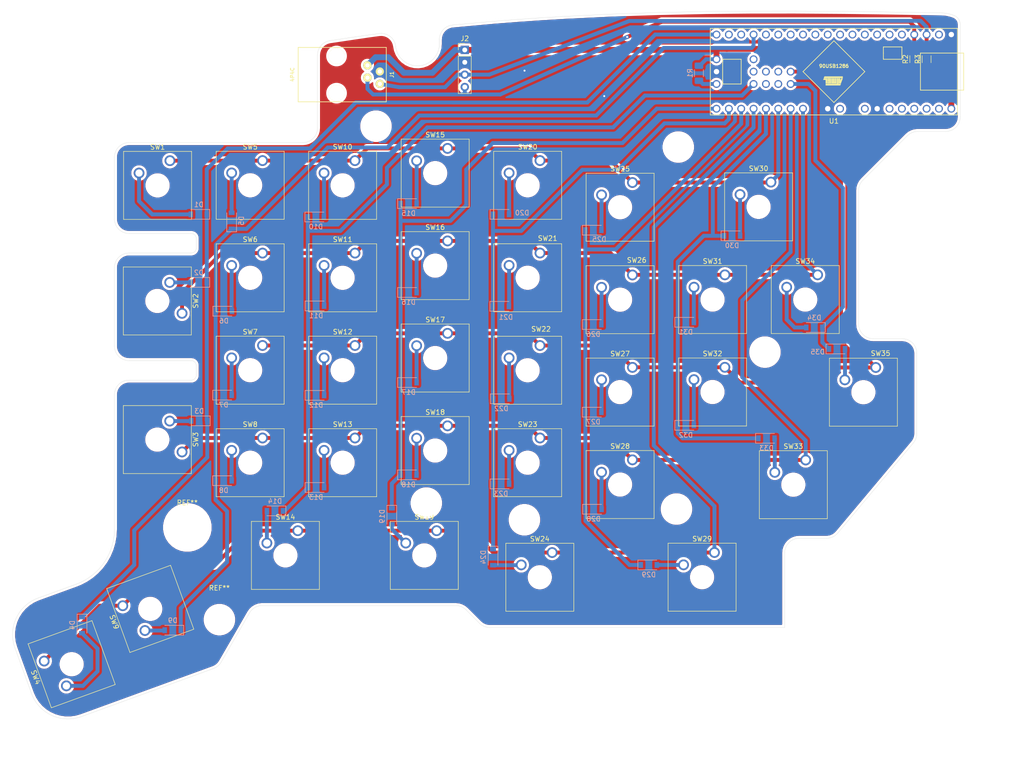
<source format=kicad_pcb>
(kicad_pcb (version 20171130) (host pcbnew 5.1.9-73d0e3b20d~88~ubuntu20.04.1)
  (layers (0 F.Cu signal) (31 B.Cu signal) (34 B.Paste user hide) (35 F.Paste user hide) (36 B.SilkS user) (37 F.SilkS user) (38 B.Mask user) (39 F.Mask user) (44 Edge.Cuts user))
  (net 0 "")
  (net 1 /KEYS_COL1)
  (net 2 "Net-(D1-Pad2)")
  (net 3 "Net-(D2-Pad2)")
  (net 4 "Net-(D3-Pad2)")
  (net 5 "Net-(D4-Pad2)")
  (net 6 "Net-(D5-Pad2)")
  (net 7 /KEYS_COL2)
  (net 8 "Net-(D6-Pad2)")
  (net 9 "Net-(D7-Pad2)")
  (net 10 "Net-(D8-Pad2)")
  (net 11 "Net-(D9-Pad2)")
  (net 12 /KEYS_COL3)
  (net 13 "Net-(D10-Pad2)")
  (net 14 "Net-(D11-Pad2)")
  (net 15 "Net-(D12-Pad2)")
  (net 16 "Net-(D13-Pad2)")
  (net 17 "Net-(D14-Pad2)")
  (net 18 /KEYS_COL4)
  (net 19 "Net-(D15-Pad2)")
  (net 20 "Net-(D16-Pad2)")
  (net 21 "Net-(D17-Pad2)")
  (net 22 "Net-(D18-Pad2)")
  (net 23 "Net-(D19-Pad2)")
  (net 24 "Net-(D20-Pad2)")
  (net 25 /KEYS_COL5)
  (net 26 "Net-(D21-Pad2)")
  (net 27 "Net-(D22-Pad2)")
  (net 28 "Net-(D23-Pad2)")
  (net 29 "Net-(D24-Pad2)")
  (net 30 /KEYS_COL6)
  (net 31 "Net-(D25-Pad2)")
  (net 32 "Net-(D26-Pad2)")
  (net 33 "Net-(D27-Pad2)")
  (net 34 "Net-(D28-Pad2)")
  (net 35 "Net-(D29-Pad2)")
  (net 36 /KEYS_COL7)
  (net 37 "Net-(D30-Pad2)")
  (net 38 "Net-(D31-Pad2)")
  (net 39 "Net-(D32-Pad2)")
  (net 40 "Net-(D33-Pad2)")
  (net 41 "Net-(D34-Pad2)")
  (net 42 /KEYS_COL8)
  (net 43 "Net-(D35-Pad2)")
  (net 44 /SDA)
  (net 45 /GND)
  (net 46 /SCL)
  (net 47 /VCC)
  (net 48 "Net-(R1-Pad2)")
  (net 49 /KEYS_ROW1)
  (net 50 /KEYS_ROW2)
  (net 51 /KEYS_ROW4)
  (net 52 /KEYS_ROW5)
  (net 53 /KEYS_ROW3)
  (module MountingHole:MountingHole_5.5mm (layer F.Cu) (at 141.73 197.34)
    (fp_text reference REF** (at 0 -6.5) (layer F.SilkS))
    (fp_text value MountingHole_5.5mm)
    (pad 1 np_thru_hole circle (at 0 0) (size 5.5 5.5) (drill 5.5) (layers *.Cu *.Mask))
  )
  (module jeaex-lib:Hole-9mm (layer F.Cu) (at 135.14 178.39)
    (fp_text reference REF** (at 0 -5.08) (layer F.SilkS))
    (fp_text value Hole-9mm)
    (pad "" np_thru_hole circle (at 0 0) (size 9 9) (drill 9) (layers *.Cu *.Mask))
  )
  (module Resistor_SMD:R_1206_3216Metric_Pad1.30x1.75mm_HandSolder (layer B.Cu) (at 240.27 85.05 270)
    (fp_text reference R1 (at 0 1.82 90) (layer B.SilkS) (effects (justify mirror)))
    (fp_text value 30K)
    (pad 2 smd roundrect (at 1.55 0 270) (size 1.3 1.75) (layers B.Cu B.Paste B.Mask) (roundrect_rratio 0.192308) (net 48 "Net-(R1-Pad2)"))
    (pad 1 smd roundrect (at -1.55 0 270) (size 1.3 1.75) (layers B.Cu B.Paste B.Mask) (roundrect_rratio 0.192308) (net 47 /VCC))
  )
  (module Resistor_SMD:R_1206_3216Metric_Pad1.30x1.75mm_HandSolder (layer F.Cu) (at 287.06 82.16 90)
    (fp_text reference R3 (at 0 -1.82 270) (layer F.SilkS))
    (fp_text value 3K)
    (pad 2 smd roundrect (at 1.55 0 90) (size 1.3 1.75) (layers F.Cu F.Paste F.Mask) (roundrect_rratio 0.192308) (net 46 /SCL))
    (pad 1 smd roundrect (at -1.55 0 90) (size 1.3 1.75) (layers F.Cu F.Paste F.Mask) (roundrect_rratio 0.192308) (net 47 /VCC))
  )
  (module Resistor_SMD:R_1206_3216Metric_Pad1.30x1.75mm_HandSolder (layer F.Cu) (at 284.53 82.16 90)
    (fp_text reference R2 (at 0 -1.82 270) (layer F.SilkS))
    (fp_text value 3K)
    (pad 2 smd roundrect (at 1.55 0 90) (size 1.3 1.75) (layers F.Cu F.Paste F.Mask) (roundrect_rratio 0.192308) (net 44 /SDA))
    (pad 1 smd roundrect (at -1.55 0 90) (size 1.3 1.75) (layers F.Cu F.Paste F.Mask) (roundrect_rratio 0.192308) (net 47 /VCC))
  )
  (module Teensy:Teensy2.0++ (layer F.Cu) (at 268.01 84.72 180)
    (fp_text reference U1 (at 0 -10.16 180) (layer F.SilkS))
    (fp_text value "Teensy++2.0_(C)")
    (fp_text user 90USB1286 (at 0 1.143 180) (layer F.SilkS) (effects (font (size 0.7 0.7))))
    (pad 9 thru_hole circle (at -3.81 7.62 180) (size 1.6 1.6) (drill 1.1) (layers *.Cu *.Mask))
    (pad 10 thru_hole circle (at -1.27 7.62 180) (size 1.6 1.6) (drill 1.1) (layers *.Cu *.Mask))
    (pad 11 thru_hole circle (at 1.27 7.62 180) (size 1.6 1.6) (drill 1.1) (layers *.Cu *.Mask))
    (pad 8 thru_hole circle (at -6.35 7.62 180) (size 1.6 1.6) (drill 1.1) (layers *.Cu *.Mask))
    (pad 7 thru_hole circle (at -8.89 7.62 180) (size 1.6 1.6) (drill 1.1) (layers *.Cu *.Mask))
    (pad 6 thru_hole circle (at -11.43 7.62 180) (size 1.6 1.6) (drill 1.1) (layers *.Cu *.Mask))
    (pad 5 thru_hole circle (at -13.97 7.62 180) (size 1.6 1.6) (drill 1.1) (layers *.Cu *.Mask))
    (pad 4 thru_hole circle (at -16.51 7.62 180) (size 1.6 1.6) (drill 1.1) (layers *.Cu *.Mask) (net 44 /SDA))
    (pad 3 thru_hole circle (at -19.05 7.62 180) (size 1.6 1.6) (drill 1.1) (layers *.Cu *.Mask) (net 46 /SCL))
    (pad 2 thru_hole circle (at -21.59 7.62 180) (size 1.6 1.6) (drill 1.1) (layers *.Cu *.Mask))
    (pad 1 thru_hole rect (at -24.13 7.62 180) (size 1.6 1.6) (drill 1.1) (layers *.Cu *.Mask) (net 45 /GND))
    (pad 12 thru_hole circle (at 3.81 7.62 180) (size 1.6 1.6) (drill 1.1) (layers *.Cu *.Mask))
    (pad 13 thru_hole circle (at 6.35 7.62 180) (size 1.6 1.6) (drill 1.1) (layers *.Cu *.Mask))
    (pad 14 thru_hole circle (at 8.89 7.62 180) (size 1.6 1.6) (drill 1.1) (layers *.Cu *.Mask))
    (pad 15 thru_hole circle (at 11.43 7.62 180) (size 1.6 1.6) (drill 1.1) (layers *.Cu *.Mask))
    (pad 16 thru_hole circle (at 13.97 7.62 180) (size 1.6 1.6) (drill 1.1) (layers *.Cu *.Mask))
    (pad 17 thru_hole circle (at 16.51 7.62 180) (size 1.6 1.6) (drill 1.1) (layers *.Cu *.Mask) (net 7 /KEYS_COL2))
    (pad 18 thru_hole circle (at 19.05 7.62 180) (size 1.6 1.6) (drill 1.1) (layers *.Cu *.Mask))
    (pad 19 thru_hole circle (at 21.59 7.62 180) (size 1.6 1.6) (drill 1.1) (layers *.Cu *.Mask))
    (pad 20 thru_hole circle (at 24.13 7.62 180) (size 1.6 1.6) (drill 1.1) (layers *.Cu *.Mask) (net 1 /KEYS_COL1))
    (pad 21 thru_hole circle (at 24.13 2.54 180) (size 1.6 1.6) (drill 1.1) (layers *.Cu *.Mask) (net 47 /VCC))
    (pad 22 thru_hole circle (at 24.13 0 180) (size 1.6 1.6) (drill 1.1) (layers *.Cu *.Mask) (net 45 /GND))
    (pad 23 thru_hole circle (at 24.13 -2.54 180) (size 1.6 1.6) (drill 1.1) (layers *.Cu *.Mask) (net 48 "Net-(R1-Pad2)"))
    (pad 24 thru_hole circle (at 24.13 -7.62 180) (size 1.6 1.6) (drill 1.1) (layers *.Cu *.Mask) (net 18 /KEYS_COL4))
    (pad 25 thru_hole circle (at 21.59 -7.62 180) (size 1.6 1.6) (drill 1.1) (layers *.Cu *.Mask) (net 25 /KEYS_COL5))
    (pad 26 thru_hole circle (at 19.05 -7.62 180) (size 1.6 1.6) (drill 1.1) (layers *.Cu *.Mask) (net 30 /KEYS_COL6))
    (pad 27 thru_hole circle (at 16.51 -7.62 180) (size 1.6 1.6) (drill 1.1) (layers *.Cu *.Mask) (net 52 /KEYS_ROW5))
    (pad 28 thru_hole circle (at 13.97 -7.62 180) (size 1.6 1.6) (drill 1.1) (layers *.Cu *.Mask) (net 36 /KEYS_COL7))
    (pad 29 thru_hole circle (at 11.43 -7.62 180) (size 1.6 1.6) (drill 1.1) (layers *.Cu *.Mask) (net 49 /KEYS_ROW1))
    (pad 30 thru_hole circle (at 8.89 -7.62 180) (size 1.6 1.6) (drill 1.1) (layers *.Cu *.Mask) (net 51 /KEYS_ROW4))
    (pad 31 thru_hole circle (at 6.35 -7.62 180) (size 1.6 1.6) (drill 1.1) (layers *.Cu *.Mask) (net 50 /KEYS_ROW2))
    (pad 33 thru_hole circle (at 1.27 -7.62 180) (size 1.6 1.6) (drill 1.1) (layers *.Cu *.Mask) (net 45 /GND))
    (pad 34 thru_hole circle (at -1.27 -7.62 180) (size 1.6 1.6) (drill 1.1) (layers *.Cu *.Mask))
    (pad 36 thru_hole circle (at -6.35 -7.62 180) (size 1.6 1.6) (drill 1.1) (layers *.Cu *.Mask))
    (pad 37 thru_hole circle (at -8.89 -7.62 180) (size 1.6 1.6) (drill 1.1) (layers *.Cu *.Mask) (net 45 /GND))
    (pad 38 thru_hole circle (at -11.43 -7.62 180) (size 1.6 1.6) (drill 1.1) (layers *.Cu *.Mask))
    (pad 39 thru_hole circle (at -13.97 -7.62 180) (size 1.6 1.6) (drill 1.1) (layers *.Cu *.Mask))
    (pad 40 thru_hole circle (at -16.51 -7.62 180) (size 1.6 1.6) (drill 1.1) (layers *.Cu *.Mask))
    (pad 41 thru_hole circle (at -19.05 -7.62 180) (size 1.6 1.6) (drill 1.1) (layers *.Cu *.Mask))
    (pad 42 thru_hole circle (at -21.59 -7.62 180) (size 1.6 1.6) (drill 1.1) (layers *.Cu *.Mask))
    (pad 43 thru_hole circle (at -24.13 -7.62 180) (size 1.6 1.6) (drill 1.1) (layers *.Cu *.Mask) (net 47 /VCC))
    (pad 44 thru_hole circle (at 8.89 -2.54 180) (size 1.6 1.6) (drill 1.1) (layers *.Cu *.Mask) (net 42 /KEYS_COL8))
    (pad 45 thru_hole circle (at 11.43 -2.54 180) (size 1.6 1.6) (drill 1.1) (layers *.Cu *.Mask))
    (pad 46 thru_hole circle (at 13.97 -2.54 180) (size 1.6 1.6) (drill 1.1) (layers *.Cu *.Mask))
    (pad 47 thru_hole circle (at 16.51 -2.54 180) (size 1.6 1.6) (drill 1.1) (layers *.Cu *.Mask) (net 12 /KEYS_COL3))
    (pad 48 thru_hole circle (at 8.89 0 180) (size 1.6 1.6) (drill 1.1) (layers *.Cu *.Mask) (net 53 /KEYS_ROW3))
    (pad 49 thru_hole circle (at 11.43 0 180) (size 1.6 1.6) (drill 1.1) (layers *.Cu *.Mask))
    (pad 50 thru_hole circle (at 13.97 0 180) (size 1.6 1.6) (drill 1.1) (layers *.Cu *.Mask))
    (pad 51 thru_hole circle (at 16.51 0 180) (size 1.6 1.6) (drill 1.1) (layers *.Cu *.Mask))
    (pad 52 thru_hole circle (at 16.51 2.54 180) (size 1.6 1.6) (drill 1.1) (layers *.Cu *.Mask))
  )
  (module Connector_PinHeader_2.54mm:PinHeader_1x04_P2.54mm_Vertical (layer F.Cu) (at 192.15 80.26)
    (fp_text reference J2 (at 0 -2.33) (layer F.SilkS))
    (fp_text value Conn_01x04_Male)
    (pad 4 thru_hole oval (at 0 7.62) (size 1.7 1.7) (drill 1) (layers *.Cu *.Mask) (net 44 /SDA))
    (pad 3 thru_hole oval (at 0 5.08) (size 1.7 1.7) (drill 1) (layers *.Cu *.Mask) (net 46 /SCL))
    (pad 2 thru_hole oval (at 0 2.54) (size 1.7 1.7) (drill 1) (layers *.Cu *.Mask) (net 45 /GND))
    (pad 1 thru_hole rect (at 0 0) (size 1.7 1.7) (drill 1) (layers *.Cu *.Mask) (net 47 /VCC))
  )
  (module MountingHole:MountingHole_5.5mm (layer F.Cu) (at 173.91 95.93)
    (fp_text reference REF** (at 0.24 0.36) (layer F.SilkS))
    (fp_text value MountingHole_5.5mm)
    (pad 1 np_thru_hole circle (at 0 0) (size 5.5 5.5) (drill 5.5) (layers *.Cu *.Mask))
  )
  (module MountingHole:MountingHole_5.5mm (layer F.Cu) (at 236.03 100.22)
    (fp_text reference REF** (at 0.6 0.04) (layer F.SilkS))
    (fp_text value MountingHole_5.5mm)
    (pad 1 np_thru_hole circle (at 0 0) (size 5.5 5.5) (drill 5.5) (layers *.Cu *.Mask))
  )
  (module MountingHole:MountingHole_5.5mm (layer F.Cu) (at 253.84 142.36)
    (fp_text reference REF** (at -0.38 0.6) (layer F.SilkS))
    (fp_text value MountingHole_5.5mm)
    (pad 1 np_thru_hole circle (at 0 0) (size 5.5 5.5) (drill 5.5) (layers *.Cu *.Mask))
  )
  (module MountingHole:MountingHole_5.5mm (layer F.Cu) (at 235.66 174.61)
    (fp_text reference REF** (at 0.21 -0.37) (layer F.SilkS))
    (fp_text value MountingHole_5.5mm)
    (pad 1 np_thru_hole circle (at 0 0) (size 5.5 5.5) (drill 5.5) (layers *.Cu *.Mask))
  )
  (module MountingHole:MountingHole_5.5mm (layer F.Cu) (at 204.41 176.82)
    (fp_text reference REF** (at 0.01 -0.55) (layer F.SilkS))
    (fp_text value MountingHole_5.5mm)
    (pad 1 np_thru_hole circle (at 0 0) (size 5.5 5.5) (drill 5.5) (layers *.Cu *.Mask))
  )
  (module MountingHole:MountingHole_5.5mm (layer F.Cu) (at 184.25 173.38)
    (fp_text reference REF** (at 0.05 -0.32) (layer F.SilkS))
    (fp_text value MountingHole_5.5mm)
    (pad 1 np_thru_hole circle (at 0 0) (size 5.5 5.5) (drill 5.5) (layers *.Cu *.Mask))
  )
  (module Diode_SMD:D_SOD-123 (layer B.Cu) (at 137.48 114.05 180)
    (fp_text reference D1 (at 0 2) (layer B.SilkS) (effects (justify mirror)))
    (fp_text value 1N4148W)
    (pad 1 smd rect (at -1.65 0 180) (size 0.9 1.2) (layers B.Cu B.Paste B.Mask) (net 1 /KEYS_COL1))
    (pad 2 smd rect (at 1.65 0 180) (size 0.9 1.2) (layers B.Cu B.Paste B.Mask) (net 2 "Net-(D1-Pad2)"))
  )
  (module Diode_SMD:D_SOD-123 (layer B.Cu) (at 137.48 128.03 180)
    (fp_text reference D2 (at 0 2) (layer B.SilkS) (effects (justify mirror)))
    (fp_text value 1N4148W)
    (pad 2 smd rect (at 1.65 0 180) (size 0.9 1.2) (layers B.Cu B.Paste B.Mask) (net 3 "Net-(D2-Pad2)"))
    (pad 1 smd rect (at -1.65 0 180) (size 0.9 1.2) (layers B.Cu B.Paste B.Mask) (net 1 /KEYS_COL1))
  )
  (module Diode_SMD:D_SOD-123 (layer B.Cu) (at 137.58 156.49 180)
    (fp_text reference D3 (at 0 2) (layer B.SilkS) (effects (justify mirror)))
    (fp_text value 1N4148W)
    (pad 1 smd rect (at -1.65 0 180) (size 0.9 1.2) (layers B.Cu B.Paste B.Mask) (net 1 /KEYS_COL1))
    (pad 2 smd rect (at 1.65 0 180) (size 0.9 1.2) (layers B.Cu B.Paste B.Mask) (net 4 "Net-(D3-Pad2)"))
  )
  (module Diode_SMD:D_SOD-123 (layer B.Cu) (at 113.49 198.47 270)
    (fp_text reference D4 (at 0 2 90) (layer B.SilkS) (effects (justify mirror)))
    (fp_text value 1N4148W)
    (pad 2 smd rect (at 1.65 0 270) (size 0.9 1.2) (layers B.Cu B.Paste B.Mask) (net 5 "Net-(D4-Pad2)"))
    (pad 1 smd rect (at -1.65 0 270) (size 0.9 1.2) (layers B.Cu B.Paste B.Mask) (net 1 /KEYS_COL1))
  )
  (module Diode_SMD:D_SOD-123 (layer B.Cu) (at 144.24 115.38 90)
    (fp_text reference D5 (at 0 2 90) (layer B.SilkS) (effects (justify mirror)))
    (fp_text value 1N4148W)
    (pad 2 smd rect (at 1.65 0 90) (size 0.9 1.2) (layers B.Cu B.Paste B.Mask) (net 6 "Net-(D5-Pad2)"))
    (pad 1 smd rect (at -1.65 0 90) (size 0.9 1.2) (layers B.Cu B.Paste B.Mask) (net 7 /KEYS_COL2))
  )
  (module Diode_SMD:D_SOD-123 (layer B.Cu) (at 142.65 133.95)
    (fp_text reference D6 (at 0 2) (layer B.SilkS) (effects (justify mirror)))
    (fp_text value 1N4148W)
    (pad 1 smd rect (at -1.65 0) (size 0.9 1.2) (layers B.Cu B.Paste B.Mask) (net 7 /KEYS_COL2))
    (pad 2 smd rect (at 1.65 0) (size 0.9 1.2) (layers B.Cu B.Paste B.Mask) (net 8 "Net-(D6-Pad2)"))
  )
  (module Diode_SMD:D_SOD-123 (layer B.Cu) (at 142.6 151.2)
    (fp_text reference D7 (at 0 2) (layer B.SilkS) (effects (justify mirror)))
    (fp_text value 1N4148W)
    (pad 1 smd rect (at -1.65 0) (size 0.9 1.2) (layers B.Cu B.Paste B.Mask) (net 7 /KEYS_COL2))
    (pad 2 smd rect (at 1.65 0) (size 0.9 1.2) (layers B.Cu B.Paste B.Mask) (net 9 "Net-(D7-Pad2)"))
  )
  (module Diode_SMD:D_SOD-123 (layer B.Cu) (at 142.6 168.78)
    (fp_text reference D8 (at 0 2) (layer B.SilkS) (effects (justify mirror)))
    (fp_text value 1N4148W)
    (pad 1 smd rect (at -1.65 0) (size 0.9 1.2) (layers B.Cu B.Paste B.Mask) (net 7 /KEYS_COL2))
    (pad 2 smd rect (at 1.65 0) (size 0.9 1.2) (layers B.Cu B.Paste B.Mask) (net 10 "Net-(D8-Pad2)"))
  )
  (module Diode_SMD:D_SOD-123 (layer B.Cu) (at 132.14 199.51 180)
    (fp_text reference D9 (at 0 2) (layer B.SilkS) (effects (justify mirror)))
    (fp_text value 1N4148W)
    (pad 1 smd rect (at -1.65 0 180) (size 0.9 1.2) (layers B.Cu B.Paste B.Mask) (net 7 /KEYS_COL2))
    (pad 2 smd rect (at 1.65 0 180) (size 0.9 1.2) (layers B.Cu B.Paste B.Mask) (net 11 "Net-(D9-Pad2)"))
  )
  (module Diode_SMD:D_SOD-123 (layer B.Cu) (at 161.55 114.59)
    (fp_text reference D10 (at 0 2) (layer B.SilkS) (effects (justify mirror)))
    (fp_text value 1N4148W)
    (pad 1 smd rect (at -1.65 0) (size 0.9 1.2) (layers B.Cu B.Paste B.Mask) (net 12 /KEYS_COL3))
    (pad 2 smd rect (at 1.65 0) (size 0.9 1.2) (layers B.Cu B.Paste B.Mask) (net 13 "Net-(D10-Pad2)"))
  )
  (module Diode_SMD:D_SOD-123 (layer B.Cu) (at 161.6 132.87)
    (fp_text reference D11 (at 0 2) (layer B.SilkS) (effects (justify mirror)))
    (fp_text value 1N4148W)
    (pad 2 smd rect (at 1.65 0) (size 0.9 1.2) (layers B.Cu B.Paste B.Mask) (net 14 "Net-(D11-Pad2)"))
    (pad 1 smd rect (at -1.65 0) (size 0.9 1.2) (layers B.Cu B.Paste B.Mask) (net 12 /KEYS_COL3))
  )
  (module Diode_SMD:D_SOD-123 (layer B.Cu) (at 161.6 151.25)
    (fp_text reference D12 (at 0 2) (layer B.SilkS) (effects (justify mirror)))
    (fp_text value 1N4148W)
    (pad 2 smd rect (at 1.65 0) (size 0.9 1.2) (layers B.Cu B.Paste B.Mask) (net 15 "Net-(D12-Pad2)"))
    (pad 1 smd rect (at -1.65 0) (size 0.9 1.2) (layers B.Cu B.Paste B.Mask) (net 12 /KEYS_COL3))
  )
  (module Diode_SMD:D_SOD-123 (layer B.Cu) (at 161.6 170.18)
    (fp_text reference D13 (at 0 2) (layer B.SilkS) (effects (justify mirror)))
    (fp_text value 1N4148W)
    (pad 1 smd rect (at -1.65 0) (size 0.9 1.2) (layers B.Cu B.Paste B.Mask) (net 12 /KEYS_COL3))
    (pad 2 smd rect (at 1.65 0) (size 0.9 1.2) (layers B.Cu B.Paste B.Mask) (net 16 "Net-(D13-Pad2)"))
  )
  (module Diode_SMD:D_SOD-123 (layer B.Cu) (at 153.14 174.99 180)
    (fp_text reference D14 (at 0 2) (layer B.SilkS) (effects (justify mirror)))
    (fp_text value 1N4148W)
    (pad 2 smd rect (at 1.65 0 180) (size 0.9 1.2) (layers B.Cu B.Paste B.Mask) (net 17 "Net-(D14-Pad2)"))
    (pad 1 smd rect (at -1.65 0 180) (size 0.9 1.2) (layers B.Cu B.Paste B.Mask) (net 12 /KEYS_COL3))
  )
  (module Diode_SMD:D_SOD-123 (layer B.Cu) (at 180.6 111.84)
    (fp_text reference D15 (at 0 2) (layer B.SilkS) (effects (justify mirror)))
    (fp_text value 1N4148W)
    (pad 1 smd rect (at -1.65 0) (size 0.9 1.2) (layers B.Cu B.Paste B.Mask) (net 18 /KEYS_COL4))
    (pad 2 smd rect (at 1.65 0) (size 0.9 1.2) (layers B.Cu B.Paste B.Mask) (net 19 "Net-(D15-Pad2)"))
  )
  (module Diode_SMD:D_SOD-123 (layer B.Cu) (at 180.6 130.1)
    (fp_text reference D16 (at 0 2) (layer B.SilkS) (effects (justify mirror)))
    (fp_text value 1N4148W)
    (pad 2 smd rect (at 1.65 0) (size 0.9 1.2) (layers B.Cu B.Paste B.Mask) (net 20 "Net-(D16-Pad2)"))
    (pad 1 smd rect (at -1.65 0) (size 0.9 1.2) (layers B.Cu B.Paste B.Mask) (net 18 /KEYS_COL4))
  )
  (module Diode_SMD:D_SOD-123 (layer B.Cu) (at 180.6 148.61)
    (fp_text reference D17 (at 0 2) (layer B.SilkS) (effects (justify mirror)))
    (fp_text value 1N4148W)
    (pad 1 smd rect (at -1.65 0) (size 0.9 1.2) (layers B.Cu B.Paste B.Mask) (net 18 /KEYS_COL4))
    (pad 2 smd rect (at 1.65 0) (size 0.9 1.2) (layers B.Cu B.Paste B.Mask) (net 21 "Net-(D17-Pad2)"))
  )
  (module Diode_SMD:D_SOD-123 (layer B.Cu) (at 180.59 167.59)
    (fp_text reference D18 (at 0 2) (layer B.SilkS) (effects (justify mirror)))
    (fp_text value 1N4148W)
    (pad 2 smd rect (at 1.65 0) (size 0.9 1.2) (layers B.Cu B.Paste B.Mask) (net 22 "Net-(D18-Pad2)"))
    (pad 1 smd rect (at -1.65 0) (size 0.9 1.2) (layers B.Cu B.Paste B.Mask) (net 18 /KEYS_COL4))
  )
  (module Diode_SMD:D_SOD-123 (layer B.Cu) (at 177.16 176.1 270)
    (fp_text reference D19 (at 0 2 90) (layer B.SilkS) (effects (justify mirror)))
    (fp_text value 1N4148W)
    (pad 2 smd rect (at 1.65 0 270) (size 0.9 1.2) (layers B.Cu B.Paste B.Mask) (net 23 "Net-(D19-Pad2)"))
    (pad 1 smd rect (at -1.65 0 270) (size 0.9 1.2) (layers B.Cu B.Paste B.Mask) (net 18 /KEYS_COL4))
  )
  (module Diode_SMD:D_SOD-123 (layer B.Cu) (at 199.6 114.05)
    (fp_text reference D20 (at 4.34 -0.31) (layer B.SilkS) (effects (justify mirror)))
    (fp_text value 1N4148W)
    (pad 2 smd rect (at 1.65 0) (size 0.9 1.2) (layers B.Cu B.Paste B.Mask) (net 24 "Net-(D20-Pad2)"))
    (pad 1 smd rect (at -1.65 0) (size 0.9 1.2) (layers B.Cu B.Paste B.Mask) (net 25 /KEYS_COL5))
  )
  (module Diode_SMD:D_SOD-123 (layer B.Cu) (at 199.57 132.95)
    (fp_text reference D21 (at 1.03 2.23) (layer B.SilkS) (effects (justify mirror)))
    (fp_text value 1N4148W)
    (pad 1 smd rect (at -1.65 0) (size 0.9 1.2) (layers B.Cu B.Paste B.Mask) (net 25 /KEYS_COL5))
    (pad 2 smd rect (at 1.65 0) (size 0.9 1.2) (layers B.Cu B.Paste B.Mask) (net 26 "Net-(D21-Pad2)"))
  )
  (module Diode_SMD:D_SOD-123 (layer B.Cu) (at 199.67 151.96)
    (fp_text reference D22 (at 0 2) (layer B.SilkS) (effects (justify mirror)))
    (fp_text value 1N4148W)
    (pad 2 smd rect (at 1.65 0) (size 0.9 1.2) (layers B.Cu B.Paste B.Mask) (net 27 "Net-(D22-Pad2)"))
    (pad 1 smd rect (at -1.65 0) (size 0.9 1.2) (layers B.Cu B.Paste B.Mask) (net 25 /KEYS_COL5))
  )
  (module Diode_SMD:D_SOD-123 (layer B.Cu) (at 199.62 169.45)
    (fp_text reference D23 (at 0 2) (layer B.SilkS) (effects (justify mirror)))
    (fp_text value 1N4148W)
    (pad 1 smd rect (at -1.65 0) (size 0.9 1.2) (layers B.Cu B.Paste B.Mask) (net 25 /KEYS_COL5))
    (pad 2 smd rect (at 1.65 0) (size 0.9 1.2) (layers B.Cu B.Paste B.Mask) (net 28 "Net-(D23-Pad2)"))
  )
  (module Diode_SMD:D_SOD-123 (layer B.Cu) (at 197.96 184.5 270)
    (fp_text reference D24 (at 0 2 90) (layer B.SilkS) (effects (justify mirror)))
    (fp_text value 1N4148W)
    (pad 1 smd rect (at -1.65 0 270) (size 0.9 1.2) (layers B.Cu B.Paste B.Mask) (net 25 /KEYS_COL5))
    (pad 2 smd rect (at 1.65 0 270) (size 0.9 1.2) (layers B.Cu B.Paste B.Mask) (net 29 "Net-(D24-Pad2)"))
  )
  (module Diode_SMD:D_SOD-123 (layer B.Cu) (at 218.58 117.3)
    (fp_text reference D25 (at 1.22 1.89) (layer B.SilkS) (effects (justify mirror)))
    (fp_text value 1N4148W)
    (pad 1 smd rect (at -1.65 0) (size 0.9 1.2) (layers B.Cu B.Paste B.Mask) (net 30 /KEYS_COL6))
    (pad 2 smd rect (at 1.65 0) (size 0.9 1.2) (layers B.Cu B.Paste B.Mask) (net 31 "Net-(D25-Pad2)"))
  )
  (module Diode_SMD:D_SOD-123 (layer B.Cu) (at 218.57 136.69)
    (fp_text reference D26 (at 0 2) (layer B.SilkS) (effects (justify mirror)))
    (fp_text value 1N4148W)
    (pad 2 smd rect (at 1.65 0) (size 0.9 1.2) (layers B.Cu B.Paste B.Mask) (net 32 "Net-(D26-Pad2)"))
    (pad 1 smd rect (at -1.65 0) (size 0.9 1.2) (layers B.Cu B.Paste B.Mask) (net 30 /KEYS_COL6))
  )
  (module Diode_SMD:D_SOD-123 (layer B.Cu) (at 218.58 154.7)
    (fp_text reference D27 (at 0 2) (layer B.SilkS) (effects (justify mirror)))
    (fp_text value 1N4148W)
    (pad 1 smd rect (at -1.65 0) (size 0.9 1.2) (layers B.Cu B.Paste B.Mask) (net 30 /KEYS_COL6))
    (pad 2 smd rect (at 1.65 0) (size 0.9 1.2) (layers B.Cu B.Paste B.Mask) (net 33 "Net-(D27-Pad2)"))
  )
  (module Diode_SMD:D_SOD-123 (layer B.Cu) (at 218.62 174.65)
    (fp_text reference D28 (at 0 2) (layer B.SilkS) (effects (justify mirror)))
    (fp_text value 1N4148W)
    (pad 2 smd rect (at 1.65 0) (size 0.9 1.2) (layers B.Cu B.Paste B.Mask) (net 34 "Net-(D28-Pad2)"))
    (pad 1 smd rect (at -1.65 0) (size 0.9 1.2) (layers B.Cu B.Paste B.Mask) (net 30 /KEYS_COL6))
  )
  (module Diode_SMD:D_SOD-123 (layer B.Cu) (at 229.97 186.1)
    (fp_text reference D29 (at 0 2) (layer B.SilkS) (effects (justify mirror)))
    (fp_text value 1N4148W)
    (pad 2 smd rect (at 1.65 0) (size 0.9 1.2) (layers B.Cu B.Paste B.Mask) (net 35 "Net-(D29-Pad2)"))
    (pad 1 smd rect (at -1.65 0) (size 0.9 1.2) (layers B.Cu B.Paste B.Mask) (net 30 /KEYS_COL6))
  )
  (module Diode_SMD:D_SOD-123 (layer B.Cu) (at 247.08 118.46)
    (fp_text reference D30 (at 0 2) (layer B.SilkS) (effects (justify mirror)))
    (fp_text value 1N4148W)
    (pad 1 smd rect (at -1.65 0) (size 0.9 1.2) (layers B.Cu B.Paste B.Mask) (net 36 /KEYS_COL7))
    (pad 2 smd rect (at 1.65 0) (size 0.9 1.2) (layers B.Cu B.Paste B.Mask) (net 37 "Net-(D30-Pad2)"))
  )
  (module Diode_SMD:D_SOD-123 (layer B.Cu) (at 237.58 136.23)
    (fp_text reference D31 (at 0 2) (layer B.SilkS) (effects (justify mirror)))
    (fp_text value 1N4148W)
    (pad 2 smd rect (at 1.65 0) (size 0.9 1.2) (layers B.Cu B.Paste B.Mask) (net 38 "Net-(D31-Pad2)"))
    (pad 1 smd rect (at -1.65 0) (size 0.9 1.2) (layers B.Cu B.Paste B.Mask) (net 36 /KEYS_COL7))
  )
  (module Diode_SMD:D_SOD-123 (layer B.Cu) (at 237.58 157.41)
    (fp_text reference D32 (at 0 2) (layer B.SilkS) (effects (justify mirror)))
    (fp_text value 1N4148W)
    (pad 1 smd rect (at -1.65 0) (size 0.9 1.2) (layers B.Cu B.Paste B.Mask) (net 36 /KEYS_COL7))
    (pad 2 smd rect (at 1.65 0) (size 0.9 1.2) (layers B.Cu B.Paste B.Mask) (net 39 "Net-(D32-Pad2)"))
  )
  (module Diode_SMD:D_SOD-123 (layer B.Cu) (at 254.16 160.07)
    (fp_text reference D33 (at 0 2) (layer B.SilkS) (effects (justify mirror)))
    (fp_text value 1N4148W)
    (pad 2 smd rect (at 1.65 0) (size 0.9 1.2) (layers B.Cu B.Paste B.Mask) (net 40 "Net-(D33-Pad2)"))
    (pad 1 smd rect (at -1.65 0) (size 0.9 1.2) (layers B.Cu B.Paste B.Mask) (net 36 /KEYS_COL7))
  )
  (module Diode_SMD:D_SOD-123 (layer B.Cu) (at 263.98 137.3 180)
    (fp_text reference D34 (at 0 2) (layer B.SilkS) (effects (justify mirror)))
    (fp_text value 1N4148W)
    (pad 2 smd rect (at 1.65 0 180) (size 0.9 1.2) (layers B.Cu B.Paste B.Mask) (net 41 "Net-(D34-Pad2)"))
    (pad 1 smd rect (at -1.65 0 180) (size 0.9 1.2) (layers B.Cu B.Paste B.Mask) (net 42 /KEYS_COL8))
  )
  (module Diode_SMD:D_SOD-123 (layer B.Cu) (at 268.64 141.71)
    (fp_text reference D35 (at -3.97 0.61) (layer B.SilkS) (effects (justify mirror)))
    (fp_text value 1N4148W)
    (pad 1 smd rect (at -1.65 0) (size 0.9 1.2) (layers B.Cu B.Paste B.Mask) (net 42 /KEYS_COL8))
    (pad 2 smd rect (at 1.65 0) (size 0.9 1.2) (layers B.Cu B.Paste B.Mask) (net 43 "Net-(D35-Pad2)"))
  )
  (module UGL:4P4C_Jack_0955012441 (layer F.Cu) (at 157.92 85.33 270)
    (fp_text reference J1 (at 0 -19.25 90) (layer F.SilkS) (effects (font (size 0.75 0.75))))
    (fp_text value 4P4C (at 0 1.2 90) (layer F.SilkS) (effects (font (size 0.75 0.75))))
    (pad "" np_thru_hole circle (at -3.82 -7.88 270) (size 3.25 3.25) (drill 3.25) (layers *.Cu *.Mask F.SilkS))
    (pad "" np_thru_hole circle (at 3.82 -7.88 270) (size 3.25 3.25) (drill 3.25) (layers *.Cu *.Mask F.SilkS))
    (pad 4 thru_hole circle (at -1.905 -14.23 270) (size 1.7 1.7) (drill 0.9) (layers *.Cu *.Mask F.SilkS) (net 47 /VCC))
    (pad 2 thru_hole circle (at 0.635 -14.23 270) (size 1.7 1.7) (drill 0.9) (layers *.Cu *.Mask F.SilkS) (net 44 /SDA))
    (pad 3 thru_hole circle (at -0.635 -16.77 270) (size 1.7 1.7) (drill 0.9) (layers *.Cu *.Mask F.SilkS) (net 45 /GND))
    (pad 1 thru_hole circle (at 1.905 -16.77 270) (size 1.7 1.7) (drill 0.9) (layers *.Cu *.Mask F.SilkS) (net 46 /SCL))
  )
  (module CherryMX:SW_Cherry_MX_1.00u_Plate (layer F.Cu) (at 131.56 103.02)
    (fp_text reference SW1 (at -2.54 -2.794) (layer F.SilkS))
    (fp_text value FR1)
    (pad 1 thru_hole circle (at 0 0) (size 2.2 2.2) (drill 1.5) (layers *.Cu *.Mask) (net 49 /KEYS_ROW1))
    (pad 2 thru_hole circle (at -6.35 2.54) (size 2.2 2.2) (drill 1.5) (layers *.Cu *.Mask) (net 2 "Net-(D1-Pad2)"))
    (pad "" np_thru_hole circle (at -2.54 5.08) (size 4 4) (drill 4) (layers *.Cu *.Mask))
  )
  (module CherryMX:SW_Cherry_MX_1.50u_Plate (layer F.Cu) (at 134.05 134.39 270)
    (fp_text reference SW2 (at -2.54 -2.794 90) (layer F.SilkS))
    (fp_text value FR2)
    (pad 1 thru_hole circle (at 0 0 270) (size 2.2 2.2) (drill 1.5) (layers *.Cu *.Mask) (net 50 /KEYS_ROW2))
    (pad 2 thru_hole circle (at -6.35 2.54 270) (size 2.2 2.2) (drill 1.5) (layers *.Cu *.Mask) (net 3 "Net-(D2-Pad2)"))
    (pad "" np_thru_hole circle (at -2.54 5.08 270) (size 4 4) (drill 4) (layers *.Cu *.Mask))
  )
  (module CherryMX:SW_Cherry_MX_1.50u_Plate (layer F.Cu) (at 134.05 162.88 270)
    (fp_text reference SW3 (at -2.54 -2.794 90) (layer F.SilkS))
    (fp_text value FR3)
    (pad "" np_thru_hole circle (at -2.54 5.08 270) (size 4 4) (drill 4) (layers *.Cu *.Mask))
    (pad 2 thru_hole circle (at -6.35 2.54 270) (size 2.2 2.2) (drill 1.5) (layers *.Cu *.Mask) (net 4 "Net-(D3-Pad2)"))
    (pad 1 thru_hole circle (at 0 0 270) (size 2.2 2.2) (drill 1.5) (layers *.Cu *.Mask) (net 51 /KEYS_ROW4))
  )
  (module CherryMX:SW_Cherry_MX_1.75u_Plate (layer F.Cu) (at 105.72 205.85 110)
    (fp_text reference SW4 (at -2.54 -2.794 110) (layer F.SilkS))
    (fp_text value Fn)
    (pad 1 thru_hole circle (at 0 0 110) (size 2.2 2.2) (drill 1.5) (layers *.Cu *.Mask) (net 52 /KEYS_ROW5))
    (pad 2 thru_hole circle (at -6.35 2.54 110) (size 2.2 2.2) (drill 1.5) (layers *.Cu *.Mask) (net 5 "Net-(D4-Pad2)"))
    (pad "" np_thru_hole circle (at -2.54 5.08 110) (size 4 4) (drill 4) (layers *.Cu *.Mask))
  )
  (module CherryMX:SW_Cherry_MX_1.00u_Plate (layer F.Cu) (at 150.59 103)
    (fp_text reference SW5 (at -2.54 -2.794) (layer F.SilkS))
    (fp_text value 6)
    (pad "" np_thru_hole circle (at -2.54 5.08) (size 4 4) (drill 4) (layers *.Cu *.Mask))
    (pad 2 thru_hole circle (at -6.35 2.54) (size 2.2 2.2) (drill 1.5) (layers *.Cu *.Mask) (net 6 "Net-(D5-Pad2)"))
    (pad 1 thru_hole circle (at 0 0) (size 2.2 2.2) (drill 1.5) (layers *.Cu *.Mask) (net 49 /KEYS_ROW1))
  )
  (module CherryMX:SW_Cherry_MX_1.00u_Plate (layer F.Cu) (at 150.59 122.01)
    (fp_text reference SW6 (at -2.54 -2.794) (layer F.SilkS))
    (fp_text value Y)
    (pad "" np_thru_hole circle (at -2.54 5.08) (size 4 4) (drill 4) (layers *.Cu *.Mask))
    (pad 2 thru_hole circle (at -6.35 2.54) (size 2.2 2.2) (drill 1.5) (layers *.Cu *.Mask) (net 8 "Net-(D6-Pad2)"))
    (pad 1 thru_hole circle (at 0 0) (size 2.2 2.2) (drill 1.5) (layers *.Cu *.Mask) (net 50 /KEYS_ROW2))
  )
  (module CherryMX:SW_Cherry_MX_1.00u_Plate (layer F.Cu) (at 150.59 141)
    (fp_text reference SW7 (at -2.54 -2.794) (layer F.SilkS))
    (fp_text value H)
    (pad "" np_thru_hole circle (at -2.54 5.08) (size 4 4) (drill 4) (layers *.Cu *.Mask))
    (pad 2 thru_hole circle (at -6.35 2.54) (size 2.2 2.2) (drill 1.5) (layers *.Cu *.Mask) (net 9 "Net-(D7-Pad2)"))
    (pad 1 thru_hole circle (at 0 0) (size 2.2 2.2) (drill 1.5) (layers *.Cu *.Mask) (net 53 /KEYS_ROW3))
  )
  (module CherryMX:SW_Cherry_MX_1.00u_Plate (layer F.Cu) (at 150.59 160.01)
    (fp_text reference SW8 (at -2.54 -2.794) (layer F.SilkS))
    (fp_text value N)
    (pad 1 thru_hole circle (at 0 0) (size 2.2 2.2) (drill 1.5) (layers *.Cu *.Mask) (net 51 /KEYS_ROW4))
    (pad 2 thru_hole circle (at -6.35 2.54) (size 2.2 2.2) (drill 1.5) (layers *.Cu *.Mask) (net 10 "Net-(D8-Pad2)"))
    (pad "" np_thru_hole circle (at -2.54 5.08) (size 4 4) (drill 4) (layers *.Cu *.Mask))
  )
  (module CherryMX:SW_Cherry_MX_1.75u_Plate (layer F.Cu) (at 121.86763 194.480643 110)
    (fp_text reference SW9 (at -2.54 -2.794 110) (layer F.SilkS))
    (fp_text value Mod)
    (pad "" np_thru_hole circle (at -2.54 5.08 110) (size 4 4) (drill 4) (layers *.Cu *.Mask))
    (pad 2 thru_hole circle (at -6.35 2.54 110) (size 2.2 2.2) (drill 1.5) (layers *.Cu *.Mask) (net 11 "Net-(D9-Pad2)"))
    (pad 1 thru_hole circle (at 0 0 110) (size 2.2 2.2) (drill 1.5) (layers *.Cu *.Mask) (net 52 /KEYS_ROW5))
  )
  (module CherryMX:SW_Cherry_MX_1.00u_Plate (layer F.Cu) (at 169.58 103.01)
    (fp_text reference SW10 (at -2.54 -2.794) (layer F.SilkS))
    (fp_text value 7)
    (pad 1 thru_hole circle (at 0 0) (size 2.2 2.2) (drill 1.5) (layers *.Cu *.Mask) (net 49 /KEYS_ROW1))
    (pad 2 thru_hole circle (at -6.35 2.54) (size 2.2 2.2) (drill 1.5) (layers *.Cu *.Mask) (net 13 "Net-(D10-Pad2)"))
    (pad "" np_thru_hole circle (at -2.54 5.08) (size 4 4) (drill 4) (layers *.Cu *.Mask))
  )
  (module CherryMX:SW_Cherry_MX_1.00u_Plate (layer F.Cu) (at 169.59 122.01)
    (fp_text reference SW11 (at -2.54 -2.794) (layer F.SilkS))
    (fp_text value U)
    (pad "" np_thru_hole circle (at -2.54 5.08) (size 4 4) (drill 4) (layers *.Cu *.Mask))
    (pad 2 thru_hole circle (at -6.35 2.54) (size 2.2 2.2) (drill 1.5) (layers *.Cu *.Mask) (net 14 "Net-(D11-Pad2)"))
    (pad 1 thru_hole circle (at 0 0) (size 2.2 2.2) (drill 1.5) (layers *.Cu *.Mask) (net 50 /KEYS_ROW2))
  )
  (module CherryMX:SW_Cherry_MX_1.00u_Plate (layer F.Cu) (at 169.59 141)
    (fp_text reference SW12 (at -2.54 -2.794) (layer F.SilkS))
    (fp_text value J)
    (pad 1 thru_hole circle (at 0 0) (size 2.2 2.2) (drill 1.5) (layers *.Cu *.Mask) (net 53 /KEYS_ROW3))
    (pad 2 thru_hole circle (at -6.35 2.54) (size 2.2 2.2) (drill 1.5) (layers *.Cu *.Mask) (net 15 "Net-(D12-Pad2)"))
    (pad "" np_thru_hole circle (at -2.54 5.08) (size 4 4) (drill 4) (layers *.Cu *.Mask))
  )
  (module CherryMX:SW_Cherry_MX_1.00u_Plate (layer F.Cu) (at 169.59 160.01)
    (fp_text reference SW13 (at -2.54 -2.794) (layer F.SilkS))
    (fp_text value M)
    (pad "" np_thru_hole circle (at -2.54 5.08) (size 4 4) (drill 4) (layers *.Cu *.Mask))
    (pad 2 thru_hole circle (at -6.35 2.54) (size 2.2 2.2) (drill 1.5) (layers *.Cu *.Mask) (net 16 "Net-(D13-Pad2)"))
    (pad 1 thru_hole circle (at 0 0) (size 2.2 2.2) (drill 1.5) (layers *.Cu *.Mask) (net 51 /KEYS_ROW4))
  )
  (module CherryMX:SW_Cherry_MX_1.75u_Plate (layer F.Cu) (at 157.83 179.06)
    (fp_text reference SW14 (at -2.54 -2.794) (layer F.SilkS))
    (fp_text value SPC)
    (pad 1 thru_hole circle (at 0 0) (size 2.2 2.2) (drill 1.5) (layers *.Cu *.Mask) (net 52 /KEYS_ROW5))
    (pad 2 thru_hole circle (at -6.35 2.54) (size 2.2 2.2) (drill 1.5) (layers *.Cu *.Mask) (net 17 "Net-(D14-Pad2)"))
    (pad "" np_thru_hole circle (at -2.54 5.08) (size 4 4) (drill 4) (layers *.Cu *.Mask))
  )
  (module CherryMX:SW_Cherry_MX_1.00u_Plate (layer F.Cu) (at 188.61 100.5)
    (fp_text reference SW15 (at -2.54 -2.794) (layer F.SilkS))
    (fp_text value 8)
    (pad "" np_thru_hole circle (at -2.54 5.08) (size 4 4) (drill 4) (layers *.Cu *.Mask))
    (pad 2 thru_hole circle (at -6.35 2.54) (size 2.2 2.2) (drill 1.5) (layers *.Cu *.Mask) (net 19 "Net-(D15-Pad2)"))
    (pad 1 thru_hole circle (at 0 0) (size 2.2 2.2) (drill 1.5) (layers *.Cu *.Mask) (net 49 /KEYS_ROW1))
  )
  (module CherryMX:SW_Cherry_MX_1.00u_Plate (layer F.Cu) (at 188.61 119.51)
    (fp_text reference SW16 (at -2.54 -2.794) (layer F.SilkS))
    (fp_text value I)
    (pad "" np_thru_hole circle (at -2.54 5.08) (size 4 4) (drill 4) (layers *.Cu *.Mask))
    (pad 2 thru_hole circle (at -6.35 2.54) (size 2.2 2.2) (drill 1.5) (layers *.Cu *.Mask) (net 20 "Net-(D16-Pad2)"))
    (pad 1 thru_hole circle (at 0 0) (size 2.2 2.2) (drill 1.5) (layers *.Cu *.Mask) (net 50 /KEYS_ROW2))
  )
  (module CherryMX:SW_Cherry_MX_1.00u_Plate (layer F.Cu) (at 188.61 138.5)
    (fp_text reference SW17 (at -2.54 -2.794) (layer F.SilkS))
    (fp_text value K)
    (pad 1 thru_hole circle (at 0 0) (size 2.2 2.2) (drill 1.5) (layers *.Cu *.Mask) (net 53 /KEYS_ROW3))
    (pad 2 thru_hole circle (at -6.35 2.54) (size 2.2 2.2) (drill 1.5) (layers *.Cu *.Mask) (net 21 "Net-(D17-Pad2)"))
    (pad "" np_thru_hole circle (at -2.54 5.08) (size 4 4) (drill 4) (layers *.Cu *.Mask))
  )
  (module CherryMX:SW_Cherry_MX_1.00u_Plate (layer F.Cu) (at 188.61 157.51)
    (fp_text reference SW18 (at -2.54 -2.794) (layer F.SilkS))
    (fp_text value <)
    (pad 1 thru_hole circle (at 0 0) (size 2.2 2.2) (drill 1.5) (layers *.Cu *.Mask) (net 51 /KEYS_ROW4))
    (pad 2 thru_hole circle (at -6.35 2.54) (size 2.2 2.2) (drill 1.5) (layers *.Cu *.Mask) (net 22 "Net-(D18-Pad2)"))
    (pad "" np_thru_hole circle (at -2.54 5.08) (size 4 4) (drill 4) (layers *.Cu *.Mask))
  )
  (module CherryMX:SW_Cherry_MX_1.25u_Plate (layer F.Cu) (at 186.37 179.06)
    (fp_text reference SW19 (at -2.54 -2.794) (layer F.SilkS))
    (fp_text value Cmd)
    (pad "" np_thru_hole circle (at -2.54 5.08) (size 4 4) (drill 4) (layers *.Cu *.Mask))
    (pad 2 thru_hole circle (at -6.35 2.54) (size 2.2 2.2) (drill 1.5) (layers *.Cu *.Mask) (net 23 "Net-(D19-Pad2)"))
    (pad 1 thru_hole circle (at 0 0) (size 2.2 2.2) (drill 1.5) (layers *.Cu *.Mask) (net 52 /KEYS_ROW5))
  )
  (module CherryMX:SW_Cherry_MX_1.00u_Plate (layer F.Cu) (at 207.61 103)
    (fp_text reference SW20 (at -2.54 -2.794) (layer F.SilkS))
    (fp_text value 9)
    (pad 1 thru_hole circle (at 0 0) (size 2.2 2.2) (drill 1.5) (layers *.Cu *.Mask) (net 49 /KEYS_ROW1))
    (pad 2 thru_hole circle (at -6.35 2.54) (size 2.2 2.2) (drill 1.5) (layers *.Cu *.Mask) (net 24 "Net-(D20-Pad2)"))
    (pad "" np_thru_hole circle (at -2.54 5.08) (size 4 4) (drill 4) (layers *.Cu *.Mask))
  )
  (module CherryMX:SW_Cherry_MX_1.00u_Plate (layer F.Cu) (at 207.61 122)
    (fp_text reference SW21 (at 1.57 -3.02) (layer F.SilkS))
    (fp_text value O)
    (pad "" np_thru_hole circle (at -2.54 5.08) (size 4 4) (drill 4) (layers *.Cu *.Mask))
    (pad 2 thru_hole circle (at -6.35 2.54) (size 2.2 2.2) (drill 1.5) (layers *.Cu *.Mask) (net 26 "Net-(D21-Pad2)"))
    (pad 1 thru_hole circle (at 0 0) (size 2.2 2.2) (drill 1.5) (layers *.Cu *.Mask) (net 50 /KEYS_ROW2))
  )
  (module CherryMX:SW_Cherry_MX_1.00u_Plate (layer F.Cu) (at 207.61 141.01)
    (fp_text reference SW22 (at 0.21 -3.38) (layer F.SilkS))
    (fp_text value L)
    (pad "" np_thru_hole circle (at -2.54 5.08) (size 4 4) (drill 4) (layers *.Cu *.Mask))
    (pad 2 thru_hole circle (at -6.35 2.54) (size 2.2 2.2) (drill 1.5) (layers *.Cu *.Mask) (net 27 "Net-(D22-Pad2)"))
    (pad 1 thru_hole circle (at 0 0) (size 2.2 2.2) (drill 1.5) (layers *.Cu *.Mask) (net 53 /KEYS_ROW3))
  )
  (module CherryMX:SW_Cherry_MX_1.00u_Plate (layer F.Cu) (at 207.61 160.01)
    (fp_text reference SW23 (at -2.54 -2.794) (layer F.SilkS))
    (fp_text value >)
    (pad 1 thru_hole circle (at 0 0) (size 2.2 2.2) (drill 1.5) (layers *.Cu *.Mask) (net 51 /KEYS_ROW4))
    (pad 2 thru_hole circle (at -6.35 2.54) (size 2.2 2.2) (drill 1.5) (layers *.Cu *.Mask) (net 28 "Net-(D23-Pad2)"))
    (pad "" np_thru_hole circle (at -2.54 5.08) (size 4 4) (drill 4) (layers *.Cu *.Mask))
  )
  (module CherryMX:SW_Cherry_MX_1.25u_Plate (layer F.Cu) (at 210.11 183.55)
    (fp_text reference SW24 (at -2.54 -2.794) (layer F.SilkS))
    (fp_text value Alt)
    (pad 1 thru_hole circle (at 0 0) (size 2.2 2.2) (drill 1.5) (layers *.Cu *.Mask) (net 52 /KEYS_ROW5))
    (pad 2 thru_hole circle (at -6.35 2.54) (size 2.2 2.2) (drill 1.5) (layers *.Cu *.Mask) (net 29 "Net-(D24-Pad2)"))
    (pad "" np_thru_hole circle (at -2.54 5.08) (size 4 4) (drill 4) (layers *.Cu *.Mask))
  )
  (module CherryMX:SW_Cherry_MX_1.00u_Plate (layer F.Cu) (at 226.61 107.51)
    (fp_text reference SW25 (at -2.54 -2.794) (layer F.SilkS))
    (fp_text value 0)
    (pad 1 thru_hole circle (at 0 0) (size 2.2 2.2) (drill 1.5) (layers *.Cu *.Mask) (net 49 /KEYS_ROW1))
    (pad 2 thru_hole circle (at -6.35 2.54) (size 2.2 2.2) (drill 1.5) (layers *.Cu *.Mask) (net 31 "Net-(D25-Pad2)"))
    (pad "" np_thru_hole circle (at -2.54 5.08) (size 4 4) (drill 4) (layers *.Cu *.Mask))
  )
  (module CherryMX:SW_Cherry_MX_1.00u_Plate (layer F.Cu) (at 226.61 126.51)
    (fp_text reference SW26 (at 0.88 -3.04) (layer F.SilkS))
    (fp_text value P)
    (pad "" np_thru_hole circle (at -2.54 5.08) (size 4 4) (drill 4) (layers *.Cu *.Mask))
    (pad 2 thru_hole circle (at -6.35 2.54) (size 2.2 2.2) (drill 1.5) (layers *.Cu *.Mask) (net 32 "Net-(D26-Pad2)"))
    (pad 1 thru_hole circle (at 0 0) (size 2.2 2.2) (drill 1.5) (layers *.Cu *.Mask) (net 50 /KEYS_ROW2))
  )
  (module CherryMX:SW_Cherry_MX_1.00u_Plate (layer F.Cu) (at 226.61 145.5)
    (fp_text reference SW27 (at -2.54 -2.794) (layer F.SilkS))
    (fp_text value Ж)
    (pad 1 thru_hole circle (at 0 0) (size 2.2 2.2) (drill 1.5) (layers *.Cu *.Mask) (net 53 /KEYS_ROW3))
    (pad 2 thru_hole circle (at -6.35 2.54) (size 2.2 2.2) (drill 1.5) (layers *.Cu *.Mask) (net 33 "Net-(D27-Pad2)"))
    (pad "" np_thru_hole circle (at -2.54 5.08) (size 4 4) (drill 4) (layers *.Cu *.Mask))
  )
  (module CherryMX:SW_Cherry_MX_1.00u_Plate (layer F.Cu) (at 226.61 164.5)
    (fp_text reference SW28 (at -2.54 -2.794) (layer F.SilkS))
    (fp_text value Ю)
    (pad 1 thru_hole circle (at 0 0) (size 2.2 2.2) (drill 1.5) (layers *.Cu *.Mask) (net 51 /KEYS_ROW4))
    (pad 2 thru_hole circle (at -6.35 2.54) (size 2.2 2.2) (drill 1.5) (layers *.Cu *.Mask) (net 34 "Net-(D28-Pad2)"))
    (pad "" np_thru_hole circle (at -2.54 5.08) (size 4 4) (drill 4) (layers *.Cu *.Mask))
  )
  (module CherryMX:SW_Cherry_MX_2.25u_Plate (layer F.Cu) (at 243.46 183.54)
    (fp_text reference SW29 (at -2.54 -2.794) (layer F.SilkS))
    (fp_text value Ctrl)
    (pad "" np_thru_hole circle (at -2.54 5.08) (size 4 4) (drill 4) (layers *.Cu *.Mask))
    (pad 2 thru_hole circle (at -6.35 2.54) (size 2.2 2.2) (drill 1.5) (layers *.Cu *.Mask) (net 35 "Net-(D29-Pad2)"))
    (pad 1 thru_hole circle (at 0 0) (size 2.2 2.2) (drill 1.5) (layers *.Cu *.Mask) (net 52 /KEYS_ROW5))
  )
  (module CherryMX:SW_Cherry_MX_2.00u_Plate (layer F.Cu) (at 255.07 107.43)
    (fp_text reference SW30 (at -2.54 -2.794) (layer F.SilkS))
    (fp_text value FR4)
    (pad 1 thru_hole circle (at 0 0) (size 2.2 2.2) (drill 1.5) (layers *.Cu *.Mask) (net 49 /KEYS_ROW1))
    (pad 2 thru_hole circle (at -6.35 2.54) (size 2.2 2.2) (drill 1.5) (layers *.Cu *.Mask) (net 37 "Net-(D30-Pad2)"))
    (pad "" np_thru_hole circle (at -2.54 5.08) (size 4 4) (drill 4) (layers *.Cu *.Mask))
  )
  (module CherryMX:SW_Cherry_MX_1.00u_Plate (layer F.Cu) (at 245.61 126.48)
    (fp_text reference SW31 (at -2.54 -2.794) (layer F.SilkS))
    (fp_text value Б)
    (pad "" np_thru_hole circle (at -2.54 5.08) (size 4 4) (drill 4) (layers *.Cu *.Mask))
    (pad 2 thru_hole circle (at -6.35 2.54) (size 2.2 2.2) (drill 1.5) (layers *.Cu *.Mask) (net 38 "Net-(D31-Pad2)"))
    (pad 1 thru_hole circle (at 0 0) (size 2.2 2.2) (drill 1.5) (layers *.Cu *.Mask) (net 50 /KEYS_ROW2))
  )
  (module CherryMX:SW_Cherry_MX_1.00u_Plate (layer F.Cu) (at 245.6 145.48)
    (fp_text reference SW32 (at -2.54 -2.794) (layer F.SilkS))
    (fp_text value Э)
    (pad 1 thru_hole circle (at 0 0) (size 2.2 2.2) (drill 1.5) (layers *.Cu *.Mask) (net 53 /KEYS_ROW3))
    (pad 2 thru_hole circle (at -6.35 2.54) (size 2.2 2.2) (drill 1.5) (layers *.Cu *.Mask) (net 39 "Net-(D32-Pad2)"))
    (pad "" np_thru_hole circle (at -2.54 5.08) (size 4 4) (drill 4) (layers *.Cu *.Mask))
  )
  (module CherryMX:SW_Cherry_MX_2.75u_Plate (layer F.Cu) (at 262.21 164.53)
    (fp_text reference SW33 (at -2.54 -2.794) (layer F.SilkS))
    (fp_text value Shift)
    (pad 1 thru_hole circle (at 0 0) (size 2.2 2.2) (drill 1.5) (layers *.Cu *.Mask) (net 51 /KEYS_ROW4))
    (pad 2 thru_hole circle (at -6.35 2.54) (size 2.2 2.2) (drill 1.5) (layers *.Cu *.Mask) (net 40 "Net-(D33-Pad2)"))
    (pad "" np_thru_hole circle (at -2.54 5.08) (size 4 4) (drill 4) (layers *.Cu *.Mask))
  )
  (module CherryMX:SW_Cherry_MX_1.00u_Plate (layer F.Cu) (at 264.66 126.48)
    (fp_text reference SW34 (at -2.54 -2.794) (layer F.SilkS))
    (fp_text value Х)
    (pad "" np_thru_hole circle (at -2.54 5.08) (size 4 4) (drill 4) (layers *.Cu *.Mask))
    (pad 2 thru_hole circle (at -6.35 2.54) (size 2.2 2.2) (drill 1.5) (layers *.Cu *.Mask) (net 41 "Net-(D34-Pad2)"))
    (pad 1 thru_hole circle (at 0 0) (size 2.2 2.2) (drill 1.5) (layers *.Cu *.Mask) (net 50 /KEYS_ROW2))
  )
  (module CherryMX:SW_Cherry_MX_2.25u_Plate (layer F.Cu) (at 276.61 145.52)
    (fp_text reference SW35 (at 0.99 -2.9) (layer F.SilkS))
    (fp_text value RTN)
    (pad 1 thru_hole circle (at 0 0) (size 2.2 2.2) (drill 1.5) (layers *.Cu *.Mask) (net 53 /KEYS_ROW3))
    (pad 2 thru_hole circle (at -6.35 2.54) (size 2.2 2.2) (drill 1.5) (layers *.Cu *.Mask) (net 43 "Net-(D35-Pad2)"))
    (pad "" np_thru_hole circle (at -2.54 5.08) (size 4 4) (drill 4) (layers *.Cu *.Mask))
  )
  (gr_arc (start 189.926408 78.120752) (end 189.628486 75.135581) (angle -84.300708) (layer Edge.Cuts) (width 0.05))
  (gr_line (start 198.225724 74.353082) (end 189.628495 75.135583) (layer Edge.Cuts) (width 0.05))
  (gr_line (start 202.987748 73.982202) (end 198.225724 74.353082) (layer Edge.Cuts) (width 0.05))
  (gr_line (start 207.852006 73.646875) (end 202.987748 73.982202) (layer Edge.Cuts) (width 0.05))
  (gr_line (start 212.724137 73.353082) (end 207.852006 73.646875) (layer Edge.Cuts) (width 0.05))
  (gr_line (start 222.39528 72.886377) (end 212.724137 73.353082) (layer Edge.Cuts) (width 0.05))
  (gr_line (start 232.090226 72.560266) (end 222.39528 72.886377) (layer Edge.Cuts) (width 0.05))
  (gr_line (start 241.799333 72.359521) (end 232.090226 72.560266) (layer Edge.Cuts) (width 0.05))
  (gr_line (start 250.904191 72.271051) (end 241.799333 72.359521) (layer Edge.Cuts) (width 0.05))
  (gr_line (start 260.001359 72.265161) (end 250.904191 72.271051) (layer Edge.Cuts) (width 0.05))
  (gr_line (start 270.089372 72.338006) (end 260.001359 72.265161) (layer Edge.Cuts) (width 0.05))
  (gr_line (start 276.798234 72.423059) (end 270.089372 72.338006) (layer Edge.Cuts) (width 0.05))
  (gr_line (start 290.169572 72.651208) (end 276.798234 72.423059) (layer Edge.Cuts) (width 0.05))
  (gr_line (start 186.926408 78.120752) (end 186.926408 79.019952) (layer Edge.Cuts) (width 0.05))
  (gr_arc (start 110.615007 209.75686) (end 103.097467 212.493022) (angle -89.999995) (layer Edge.Cuts) (width 0.05))
  (gr_line (start 103.097459 212.493005) (end 99.695268 203.145624) (layer Edge.Cuts) (width 0.05))
  (gr_line (start 104.47664 192.891931) (end 112.258683 190.059503) (layer Edge.Cuts) (width 0.05))
  (gr_arc (start 107.212815 200.409448) (end 104.476654 192.891907) (angle -90.000006) (layer Edge.Cuts) (width 0.05))
  (gr_line (start 257.900468 183.625482) (end 257.900468 198.950494) (layer Edge.Cuts) (width 0.05))
  (gr_arc (start 260.900468 183.625482) (end 260.900468 180.625482) (angle -90.000002) (layer Edge.Cuts) (width 0.05))
  (gr_line (start 266.501542 180.625482) (end 260.900468 180.625482) (layer Edge.Cuts) (width 0.05))
  (gr_arc (start 266.501542 177.625482) (end 266.501542 180.625482) (angle -50.000001) (layer Edge.Cuts) (width 0.05))
  (gr_line (start 284.348588 161.02337) (end 268.799699 179.553857) (layer Edge.Cuts) (width 0.05))
  (gr_arc (start 282.050431 159.094995) (end 284.348565 161.023358) (angle -40.000002) (layer Edge.Cuts) (width 0.05))
  (gr_line (start 285.050431 142.600488) (end 285.050431 159.094995) (layer Edge.Cuts) (width 0.05))
  (gr_arc (start 282.050431 142.600488) (end 285.050431 142.600488) (angle -90.000003) (layer Edge.Cuts) (width 0.05))
  (gr_line (start 276.10048 139.600488) (end 282.050431 139.600488) (layer Edge.Cuts) (width 0.05))
  (gr_arc (start 276.10048 136.600488) (end 273.10048 136.600488) (angle -90.000002) (layer Edge.Cuts) (width 0.05))
  (gr_line (start 273.10048 109.143915) (end 273.10048 136.600488) (layer Edge.Cuts) (width 0.05))
  (gr_arc (start 276.10048 109.143915) (end 273.97916 107.022594) (angle -44.999995) (layer Edge.Cuts) (width 0.05))
  (gr_line (start 283.103105 97.898645) (end 273.979142 107.022607) (layer Edge.Cuts) (width 0.05))
  (gr_arc (start 285.224443 100.019952) (end 285.224443 97.019952) (angle -44.999997) (layer Edge.Cuts) (width 0.05))
  (gr_line (start 290.981767 97.019952) (end 285.224443 97.019952) (layer Edge.Cuts) (width 0.05))
  (gr_arc (start 290.981767 94.019952) (end 290.981767 97.019952) (angle -90.000003) (layer Edge.Cuts) (width 0.05))
  (gr_line (start 293.981767 75.041925) (end 293.981767 94.019952) (layer Edge.Cuts) (width 0.05))
  (gr_arc (start 291.981767 75.041925) (end 293.981767 75.041925) (angle -67.21471) (layer Edge.Cuts) (width 0.05))
  (gr_arc (start 290.036454 79.673059) (end 292.756355 73.198018) (angle -21.698958) (layer Edge.Cuts) (width 0.05))
  (gr_arc (start 182.426408 79.019952) (end 177.954546 79.522391) (angle -173.589381) (layer Edge.Cuts) (width 0.05))
  (gr_arc (start 174.973344 79.857355) (end 177.954586 79.522395) (angle -91.183657) (layer Edge.Cuts) (width 0.05))
  (gr_arc (start 231.043351 500.403099) (end 174.576844 76.883677) (angle -1.3781) (layer Edge.Cuts) (width 0.05))
  (gr_arc (start 164.875444 81.327478) (end 164.40757 78.364187) (angle -81.027617) (layer Edge.Cuts) (width 0.05))
  (gr_line (start 161.875444 96.3005) (end 161.875444 81.327478) (layer Edge.Cuts) (width 0.05))
  (gr_arc (start 158.875444 96.3005) (end 158.875444 99.3005) (angle -90.000003) (layer Edge.Cuts) (width 0.05))
  (gr_line (start 123.154435 99.3005) (end 158.875444 99.3005) (layer Edge.Cuts) (width 0.05))
  (gr_arc (start 123.154435 102.3005) (end 123.154435 99.3005) (angle -90.000002) (layer Edge.Cuts) (width 0.05))
  (gr_line (start 120.154435 114.98562) (end 120.154435 102.3005) (layer Edge.Cuts) (width 0.05))
  (gr_arc (start 123.154435 114.98562) (end 120.154435 114.98562) (angle -89.999992) (layer Edge.Cuts) (width 0.05))
  (gr_line (start 123.154435 117.98562) (end 135.954423 117.98562) (layer Edge.Cuts) (width 0.05))
  (gr_arc (start 135.954423 118.98562) (end 136.954423 118.98562) (angle -90.000003) (layer Edge.Cuts) (width 0.05))
  (gr_line (start 136.954423 120.98562) (end 136.954423 118.98562) (layer Edge.Cuts) (width 0.05))
  (gr_arc (start 135.954423 120.98562) (end 135.954423 121.98562) (angle -90.000003) (layer Edge.Cuts) (width 0.05))
  (gr_line (start 135.954423 121.98562) (end 123.154435 121.98562) (layer Edge.Cuts) (width 0.05))
  (gr_arc (start 123.154435 124.98562) (end 123.154435 121.98562) (angle -90.000002) (layer Edge.Cuts) (width 0.05))
  (gr_line (start 120.154435 141.112024) (end 120.154435 124.98562) (layer Edge.Cuts) (width 0.05))
  (gr_arc (start 123.154435 141.112024) (end 120.154435 141.112024) (angle -89.999992) (layer Edge.Cuts) (width 0.05))
  (gr_line (start 123.154435 144.112024) (end 135.954423 144.112024) (layer Edge.Cuts) (width 0.05))
  (gr_arc (start 135.954423 145.112024) (end 136.954423 145.112024) (angle -90.000003) (layer Edge.Cuts) (width 0.05))
  (gr_line (start 136.954423 147.112024) (end 136.954423 145.112024) (layer Edge.Cuts) (width 0.05))
  (gr_arc (start 135.954423 147.112024) (end 135.954423 148.112024) (angle -90.000003) (layer Edge.Cuts) (width 0.05))
  (gr_line (start 135.954423 148.112024) (end 123.154435 148.112024) (layer Edge.Cuts) (width 0.05))
  (gr_arc (start 123.154435 151.112024) (end 123.154435 148.112024) (angle -90.000002) (layer Edge.Cuts) (width 0.05))
  (gr_line (start 120.154435 178.783197) (end 120.154435 151.112024) (layer Edge.Cuts) (width 0.05))
  (gr_arc (start 108.154435 178.783197) (end 112.258677 190.059508) (angle -70) (layer Edge.Cuts) (width 0.05))
  (gr_line (start 140.515885 207.387231) (end 113.351152 217.274377) (layer Edge.Cuts) (width 0.05))
  (gr_arc (start 139.489823 204.56817) (end 140.515884 207.387248) (angle -39.999999) (layer Edge.Cuts) (width 0.05))
  (gr_line (start 147.929338 195.950494) (end 142.087907 206.06817) (layer Edge.Cuts) (width 0.05))
  (gr_arc (start 150.527421 197.450494) (end 150.527421 194.450494) (angle -59.999994) (layer Edge.Cuts) (width 0.05))
  (gr_line (start 190.288957 194.450494) (end 150.527421 194.450494) (layer Edge.Cuts) (width 0.05))
  (gr_arc (start 190.288957 197.450494) (end 192.410278 195.329173) (angle -45.000002) (layer Edge.Cuts) (width 0.05))
  (gr_line (start 195.15297 198.071802) (end 192.410295 195.329187) (layer Edge.Cuts) (width 0.05))
  (gr_arc (start 197.274247 195.950494) (end 195.152927 198.071814) (angle -44.999997) (layer Edge.Cuts) (width 0.05))
  (gr_line (start 197.274247 198.950494) (end 257.900468 198.950494) (layer Edge.Cuts) (width 0.05))
  (segment (start 217.32 91.07) (end 170.54 91.05) (width 0.8) (layer B.Cu) (net 1))
  (segment (start 231.29 77.1) (end 217.32 91.07) (width 0.8) (layer B.Cu) (net 1))
  (segment (start 243.88 77.1) (end 231.29 77.1) (width 0.8) (layer B.Cu) (net 1))
  (segment (start 170.54 91.05) (end 169.77 91.05) (width 0.8) (layer B.Cu) (net 1))
  (segment (start 169.77 91.05) (end 160.32 100.5) (width 0.8) (layer B.Cu) (net 1))
  (segment (start 160.32 100.5) (end 143.42 100.5) (width 0.8) (layer B.Cu) (net 1))
  (segment (start 139.13 104.79) (end 139.13 114.05) (width 0.8) (layer B.Cu) (net 1))
  (segment (start 143.42 100.5) (end 139.13 104.79) (width 0.8) (layer B.Cu) (net 1))
  (segment (start 139.13 114.05) (end 139.13 128.03) (width 0.8) (layer B.Cu) (net 1))
  (segment (start 139.13 156.39) (end 139.23 156.49) (width 0.8) (layer B.Cu) (net 1))
  (segment (start 139.13 128.03) (end 139.13 156.39) (width 0.8) (layer B.Cu) (net 1))
  (segment (start 139.23 156.49) (end 139.23 163.98) (width 0.8) (layer B.Cu) (net 1))
  (segment (start 139.23 163.98) (end 124.22 178.99) (width 0.8) (layer B.Cu) (net 1))
  (segment (start 124.22 186.09) (end 113.49 196.82) (width 0.8) (layer B.Cu) (net 1))
  (segment (start 124.22 178.99) (end 124.22 186.09) (width 0.8) (layer B.Cu) (net 1))
  (segment (start 125.21 105.56) (end 125.21 111.34) (width 0.8) (layer B.Cu) (net 2))
  (segment (start 127.92 114.05) (end 135.83 114.05) (width 0.8) (layer B.Cu) (net 2))
  (segment (start 125.21 111.34) (end 127.92 114.05) (width 0.8) (layer B.Cu) (net 2))
  (segment (start 135.82 128.04) (end 135.83 128.03) (width 0.8) (layer B.Cu) (net 3))
  (segment (start 131.51 128.04) (end 135.82 128.04) (width 0.8) (layer B.Cu) (net 3))
  (segment (start 135.89 156.53) (end 135.93 156.49) (width 0.8) (layer B.Cu) (net 4))
  (segment (start 131.51 156.53) (end 135.89 156.53) (width 0.8) (layer B.Cu) (net 4))
  (segment (start 110.278647 210.948317) (end 113.671683 210.948317) (width 0.8) (layer B.Cu) (net 5))
  (segment (start 113.671683 210.948317) (end 116.68 207.94) (width 0.8) (layer B.Cu) (net 5))
  (segment (start 116.68 203.31) (end 113.49 200.12) (width 0.8) (layer B.Cu) (net 5))
  (segment (start 116.68 207.94) (end 116.68 203.31) (width 0.8) (layer B.Cu) (net 5))
  (segment (start 144.24 105.54) (end 144.24 113.73) (width 0.8) (layer B.Cu) (net 6))
  (segment (start 141 120.27) (end 144.24 117.03) (width 0.8) (layer B.Cu) (net 7))
  (segment (start 141 133.95) (end 141 120.27) (width 0.8) (layer B.Cu) (net 7))
  (segment (start 140.95 134) (end 141 133.95) (width 0.8) (layer B.Cu) (net 7))
  (segment (start 140.95 151.2) (end 140.95 134) (width 0.8) (layer B.Cu) (net 7))
  (segment (start 140.95 168.78) (end 140.95 151.2) (width 0.8) (layer B.Cu) (net 7))
  (segment (start 251.09 79.85) (end 251.5 79.44) (width 0.8) (layer B.Cu) (net 7))
  (segment (start 233.04 79.85) (end 251.09 79.85) (width 0.8) (layer B.Cu) (net 7))
  (segment (start 182.809999 93.740001) (end 219.149999 93.740001) (width 0.8) (layer B.Cu) (net 7))
  (segment (start 251.5 79.44) (end 251.5 77.1) (width 0.8) (layer B.Cu) (net 7))
  (segment (start 176.25 100.3) (end 182.809999 93.740001) (width 0.8) (layer B.Cu) (net 7))
  (segment (start 174.77 100.3) (end 176.25 100.3) (width 0.8) (layer B.Cu) (net 7))
  (segment (start 174.76 100.31) (end 174.77 100.3) (width 0.8) (layer B.Cu) (net 7))
  (segment (start 164 100.31) (end 174.76 100.31) (width 0.8) (layer B.Cu) (net 7))
  (segment (start 219.149999 93.740001) (end 233.04 79.85) (width 0.8) (layer B.Cu) (net 7))
  (segment (start 147.28 117.03) (end 164 100.31) (width 0.8) (layer B.Cu) (net 7))
  (segment (start 144.24 117.03) (end 147.28 117.03) (width 0.8) (layer B.Cu) (net 7))
  (segment (start 140.95 168.78) (end 140.95 172.74) (width 0.8) (layer B.Cu) (net 7))
  (segment (start 140.95 172.74) (end 143.3 175.09) (width 0.8) (layer B.Cu) (net 7))
  (segment (start 143.3 175.09) (end 143.3 185.5) (width 0.8) (layer B.Cu) (net 7))
  (segment (start 133.79 195.01) (end 133.79 199.51) (width 0.8) (layer B.Cu) (net 7))
  (segment (start 143.3 185.5) (end 133.79 195.01) (width 0.8) (layer B.Cu) (net 7))
  (segment (start 144.24 133.89) (end 144.3 133.95) (width 0.8) (layer B.Cu) (net 8))
  (segment (start 144.24 124.55) (end 144.24 133.89) (width 0.8) (layer B.Cu) (net 8))
  (segment (start 144.24 151.19) (end 144.25 151.2) (width 0.8) (layer B.Cu) (net 9))
  (segment (start 144.24 143.54) (end 144.24 151.19) (width 0.8) (layer B.Cu) (net 9))
  (segment (start 144.24 168.77) (end 144.25 168.78) (width 0.8) (layer B.Cu) (net 10))
  (segment (start 144.24 162.55) (end 144.24 168.77) (width 0.8) (layer B.Cu) (net 10))
  (segment (start 130.42104 199.57896) (end 130.49 199.51) (width 0.8) (layer B.Cu) (net 11))
  (segment (start 126.426277 199.57896) (end 130.42104 199.57896) (width 0.8) (layer B.Cu) (net 11))
  (segment (start 159.9 114.59) (end 159.9 117.45) (width 0.8) (layer B.Cu) (net 12))
  (segment (start 159.9 117.45) (end 159.9 133.25) (width 0.8) (layer B.Cu) (net 12))
  (segment (start 159.95 132.87) (end 159.95 151.25) (width 0.8) (layer B.Cu) (net 12))
  (segment (start 159.95 151.25) (end 159.95 170.18) (width 0.8) (layer B.Cu) (net 12))
  (segment (start 155.14 174.99) (end 159.95 170.18) (width 0.8) (layer B.Cu) (net 12))
  (segment (start 154.79 174.99) (end 155.14 174.99) (width 0.8) (layer B.Cu) (net 12))
  (segment (start 229.16 89.64) (end 249.12 89.64) (width 0.8) (layer B.Cu) (net 12))
  (segment (start 184.46 96.17) (end 222.63 96.17) (width 0.8) (layer B.Cu) (net 12))
  (segment (start 222.63 96.17) (end 229.16 89.64) (width 0.8) (layer B.Cu) (net 12))
  (segment (start 176.15 104.48) (end 184.46 96.17) (width 0.8) (layer B.Cu) (net 12))
  (segment (start 249.12 89.64) (end 251.5 87.26) (width 0.8) (layer B.Cu) (net 12))
  (segment (start 176.15 107.9) (end 176.15 104.48) (width 0.8) (layer B.Cu) (net 12))
  (segment (start 166.6 117.45) (end 176.15 107.9) (width 0.8) (layer B.Cu) (net 12))
  (segment (start 159.9 117.45) (end 166.6 117.45) (width 0.8) (layer B.Cu) (net 12))
  (segment (start 163.23 114.56) (end 163.2 114.59) (width 0.8) (layer B.Cu) (net 13))
  (segment (start 163.23 105.55) (end 163.23 114.56) (width 0.8) (layer B.Cu) (net 13))
  (segment (start 163.24 132.86) (end 163.25 132.87) (width 0.8) (layer B.Cu) (net 14))
  (segment (start 163.24 124.55) (end 163.24 132.86) (width 0.8) (layer B.Cu) (net 14))
  (segment (start 163.24 151.24) (end 163.25 151.25) (width 0.8) (layer B.Cu) (net 15))
  (segment (start 163.24 143.54) (end 163.24 151.24) (width 0.8) (layer B.Cu) (net 15))
  (segment (start 163.24 170.17) (end 163.25 170.18) (width 0.8) (layer B.Cu) (net 16))
  (segment (start 163.24 162.55) (end 163.24 170.17) (width 0.8) (layer B.Cu) (net 16))
  (segment (start 151.48 175) (end 151.49 174.99) (width 0.8) (layer B.Cu) (net 17))
  (segment (start 151.48 181.6) (end 151.48 175) (width 0.8) (layer B.Cu) (net 17))
  (segment (start 243.88 92.34) (end 231.61 92.34) (width 0.8) (layer B.Cu) (net 18))
  (segment (start 231.61 92.34) (end 224.55 99.4) (width 0.8) (layer B.Cu) (net 18))
  (segment (start 224.55 99.4) (end 197.9 99.4) (width 0.8) (layer B.Cu) (net 18))
  (segment (start 197.9 99.4) (end 192.45 104.85) (width 0.8) (layer B.Cu) (net 18))
  (segment (start 178.95 130.1) (end 178.95 148.61) (width 0.8) (layer B.Cu) (net 18))
  (segment (start 178.95 167.58) (end 178.94 167.59) (width 0.8) (layer B.Cu) (net 18))
  (segment (start 178.95 148.61) (end 178.95 167.58) (width 0.8) (layer B.Cu) (net 18))
  (segment (start 177.16 169.37) (end 178.94 167.59) (width 0.8) (layer B.Cu) (net 18))
  (segment (start 177.16 174.45) (end 177.16 169.37) (width 0.8) (layer B.Cu) (net 18))
  (segment (start 192.45 104.85) (end 192.45 112.14) (width 0.8) (layer B.Cu) (net 18))
  (segment (start 189.21 115.38) (end 178.95 115.38) (width 0.8) (layer B.Cu) (net 18))
  (segment (start 192.45 112.14) (end 189.21 115.38) (width 0.8) (layer B.Cu) (net 18))
  (segment (start 178.95 115.38) (end 178.95 130.1) (width 0.8) (layer B.Cu) (net 18))
  (segment (start 178.95 111.84) (end 178.95 115.38) (width 0.8) (layer B.Cu) (net 18))
  (segment (start 182.26 111.83) (end 182.25 111.84) (width 0.8) (layer B.Cu) (net 19))
  (segment (start 182.26 103.04) (end 182.26 111.83) (width 0.8) (layer B.Cu) (net 19))
  (segment (start 182.26 130.09) (end 182.25 130.1) (width 0.8) (layer B.Cu) (net 20))
  (segment (start 182.26 122.05) (end 182.26 130.09) (width 0.8) (layer B.Cu) (net 20))
  (segment (start 182.25 141.05) (end 182.26 141.04) (width 0.8) (layer B.Cu) (net 21))
  (segment (start 182.25 148.61) (end 182.25 141.05) (width 0.8) (layer B.Cu) (net 21))
  (segment (start 182.24 160.07) (end 182.26 160.05) (width 0.8) (layer B.Cu) (net 22))
  (segment (start 182.24 167.59) (end 182.24 160.07) (width 0.8) (layer B.Cu) (net 22))
  (segment (start 177.16 178.74) (end 180.02 181.6) (width 0.8) (layer B.Cu) (net 23))
  (segment (start 177.16 177.75) (end 177.16 178.74) (width 0.8) (layer B.Cu) (net 23))
  (segment (start 201.26 114.04) (end 201.25 114.05) (width 0.8) (layer B.Cu) (net 24))
  (segment (start 201.26 105.54) (end 201.26 114.04) (width 0.8) (layer B.Cu) (net 24))
  (segment (start 246.42 92.34) (end 246.42 94.48) (width 0.8) (layer B.Cu) (net 25))
  (segment (start 246.42 94.48) (end 245.55 95.35) (width 0.8) (layer B.Cu) (net 25))
  (segment (start 245.55 95.35) (end 233.2 95.35) (width 0.8) (layer B.Cu) (net 25))
  (segment (start 233.2 95.35) (end 223.65 104.9) (width 0.8) (layer B.Cu) (net 25))
  (segment (start 223.65 104.9) (end 216.3 104.9) (width 0.8) (layer B.Cu) (net 25))
  (segment (start 216.3 104.9) (end 203.75 117.45) (width 0.8) (layer B.Cu) (net 25))
  (segment (start 197.95 132.92) (end 197.92 132.95) (width 0.8) (layer B.Cu) (net 25))
  (segment (start 197.92 151.86) (end 198.02 151.96) (width 0.8) (layer B.Cu) (net 25))
  (segment (start 197.92 132.95) (end 197.92 151.86) (width 0.8) (layer B.Cu) (net 25))
  (segment (start 198.02 169.4) (end 197.97 169.45) (width 0.8) (layer B.Cu) (net 25))
  (segment (start 198.02 151.96) (end 198.02 169.4) (width 0.8) (layer B.Cu) (net 25))
  (segment (start 197.97 182.84) (end 197.96 182.85) (width 0.8) (layer B.Cu) (net 25))
  (segment (start 197.97 169.45) (end 197.97 182.84) (width 0.8) (layer B.Cu) (net 25))
  (segment (start 197.99 117.45) (end 197.95 117.41) (width 0.8) (layer B.Cu) (net 25))
  (segment (start 203.75 117.45) (end 197.99 117.45) (width 0.8) (layer B.Cu) (net 25))
  (segment (start 197.95 117.41) (end 197.95 132.92) (width 0.8) (layer B.Cu) (net 25))
  (segment (start 197.95 114.05) (end 197.95 117.41) (width 0.8) (layer B.Cu) (net 25))
  (segment (start 201.26 132.91) (end 201.22 132.95) (width 0.8) (layer B.Cu) (net 26))
  (segment (start 201.26 124.54) (end 201.26 132.91) (width 0.8) (layer B.Cu) (net 26))
  (segment (start 201.26 151.9) (end 201.32 151.96) (width 0.8) (layer B.Cu) (net 27))
  (segment (start 201.26 143.55) (end 201.26 151.9) (width 0.8) (layer B.Cu) (net 27))
  (segment (start 201.26 169.44) (end 201.27 169.45) (width 0.8) (layer B.Cu) (net 28))
  (segment (start 201.26 162.55) (end 201.26 169.44) (width 0.8) (layer B.Cu) (net 28))
  (segment (start 203.7 186.15) (end 203.76 186.09) (width 0.8) (layer B.Cu) (net 29))
  (segment (start 197.96 186.15) (end 203.7 186.15) (width 0.8) (layer B.Cu) (net 29))
  (segment (start 248.96 92.34) (end 248.96 95.44) (width 0.8) (layer B.Cu) (net 30))
  (segment (start 248.96 95.44) (end 223.16 121.24) (width 0.8) (layer B.Cu) (net 30))
  (segment (start 216.93 136.68) (end 216.92 136.69) (width 0.8) (layer B.Cu) (net 30))
  (segment (start 217.01 121.24) (end 216.93 121.16) (width 0.8) (layer B.Cu) (net 30))
  (segment (start 223.16 121.24) (end 217.01 121.24) (width 0.8) (layer B.Cu) (net 30))
  (segment (start 216.93 121.16) (end 216.93 136.68) (width 0.8) (layer B.Cu) (net 30))
  (segment (start 216.93 117.3) (end 216.93 121.16) (width 0.8) (layer B.Cu) (net 30))
  (segment (start 216.92 154.69) (end 216.93 154.7) (width 0.8) (layer B.Cu) (net 30))
  (segment (start 216.92 136.69) (end 216.92 154.69) (width 0.8) (layer B.Cu) (net 30))
  (segment (start 216.93 174.61) (end 216.97 174.65) (width 0.8) (layer B.Cu) (net 30))
  (segment (start 216.93 154.7) (end 216.93 174.61) (width 0.8) (layer B.Cu) (net 30))
  (segment (start 216.97 174.65) (end 216.97 177.06) (width 0.8) (layer B.Cu) (net 30))
  (segment (start 226.01 186.1) (end 228.32 186.1) (width 0.8) (layer B.Cu) (net 30))
  (segment (start 216.97 177.06) (end 226.01 186.1) (width 0.8) (layer B.Cu) (net 30))
  (segment (start 220.26 117.27) (end 220.23 117.3) (width 0.8) (layer B.Cu) (net 31))
  (segment (start 220.26 110.05) (end 220.26 117.27) (width 0.8) (layer B.Cu) (net 31))
  (segment (start 220.26 136.65) (end 220.22 136.69) (width 0.8) (layer B.Cu) (net 32))
  (segment (start 220.26 129.05) (end 220.26 136.65) (width 0.8) (layer B.Cu) (net 32))
  (segment (start 220.26 154.67) (end 220.23 154.7) (width 0.8) (layer B.Cu) (net 33))
  (segment (start 220.26 148.04) (end 220.26 154.67) (width 0.8) (layer B.Cu) (net 33))
  (segment (start 220.26 174.64) (end 220.27 174.65) (width 0.8) (layer B.Cu) (net 34))
  (segment (start 220.26 167.04) (end 220.26 174.64) (width 0.8) (layer B.Cu) (net 34))
  (segment (start 237.09 186.1) (end 237.11 186.08) (width 0.8) (layer B.Cu) (net 35))
  (segment (start 231.62 186.1) (end 237.09 186.1) (width 0.8) (layer B.Cu) (net 35))
  (segment (start 254.04 92.34) (end 254.04 97.51) (width 0.8) (layer B.Cu) (net 36))
  (segment (start 243.13 108.42) (end 243.13 118.18) (width 0.8) (layer B.Cu) (net 36))
  (segment (start 254.04 97.51) (end 243.13 108.42) (width 0.8) (layer B.Cu) (net 36))
  (segment (start 252.51 160.07) (end 236.91 160.07) (width 0.8) (layer B.Cu) (net 36))
  (segment (start 235.93 159.09) (end 235.93 157.41) (width 0.8) (layer B.Cu) (net 36))
  (segment (start 236.91 160.07) (end 235.93 159.09) (width 0.8) (layer B.Cu) (net 36))
  (segment (start 235.93 136.23) (end 235.93 157.41) (width 0.8) (layer B.Cu) (net 36))
  (segment (start 235.93 136.23) (end 235.93 123.79) (width 0.8) (layer B.Cu) (net 36))
  (segment (start 241.26 118.46) (end 245.43 118.46) (width 0.8) (layer B.Cu) (net 36))
  (segment (start 235.93 123.79) (end 241.26 118.46) (width 0.8) (layer B.Cu) (net 36))
  (segment (start 248.72 118.45) (end 248.73 118.46) (width 0.8) (layer B.Cu) (net 37))
  (segment (start 248.72 109.97) (end 248.72 118.45) (width 0.8) (layer B.Cu) (net 37))
  (segment (start 239.23 129.05) (end 239.26 129.02) (width 0.8) (layer B.Cu) (net 38))
  (segment (start 239.23 136.23) (end 239.23 129.05) (width 0.8) (layer B.Cu) (net 38))
  (segment (start 239.23 148.04) (end 239.25 148.02) (width 0.8) (layer B.Cu) (net 39))
  (segment (start 239.23 157.41) (end 239.23 148.04) (width 0.8) (layer B.Cu) (net 39))
  (segment (start 255.86 160.12) (end 255.81 160.07) (width 0.8) (layer B.Cu) (net 40))
  (segment (start 255.86 167.07) (end 255.86 160.12) (width 0.8) (layer B.Cu) (net 40))
  (segment (start 258.31 135.67) (end 258.31 129.02) (width 0.8) (layer B.Cu) (net 41))
  (segment (start 259.94 137.3) (end 258.31 135.67) (width 0.8) (layer B.Cu) (net 41))
  (segment (start 262.33 137.3) (end 259.94 137.3) (width 0.8) (layer B.Cu) (net 41))
  (segment (start 269.86 133.07) (end 265.63 137.3) (width 0.8) (layer B.Cu) (net 42))
  (segment (start 269.86 108.66) (end 269.86 133.07) (width 0.8) (layer B.Cu) (net 42))
  (segment (start 265.63 140.35) (end 266.99 141.71) (width 0.8) (layer B.Cu) (net 42))
  (segment (start 265.63 137.3) (end 265.63 140.35) (width 0.8) (layer B.Cu) (net 42))
  (segment (start 259.12 87.26) (end 262.8 87.26) (width 0.8) (layer B.Cu) (net 42))
  (segment (start 262.8 87.26) (end 264.19 88.65) (width 0.8) (layer B.Cu) (net 42))
  (segment (start 264.19 102.99) (end 269.86 108.66) (width 0.8) (layer B.Cu) (net 42))
  (segment (start 264.19 88.65) (end 264.19 102.99) (width 0.8) (layer B.Cu) (net 42))
  (segment (start 270.29 148.03) (end 270.26 148.06) (width 0.8) (layer B.Cu) (net 43))
  (segment (start 270.29 141.71) (end 270.29 148.03) (width 0.8) (layer B.Cu) (net 43))
  (segment (start 284.52 80.6) (end 284.53 80.61) (width 0.8) (layer F.Cu) (net 44))
  (segment (start 284.52 77.1) (end 284.52 80.6) (width 0.8) (layer F.Cu) (net 44))
  (segment (start 173.3 89.41) (end 189.61 89.41) (width 0.8) (layer B.Cu) (net 44))
  (segment (start 172.15 88.26) (end 173.3 89.41) (width 0.8) (layer B.Cu) (net 44))
  (segment (start 172.15 85.965) (end 172.15 88.26) (width 0.8) (layer B.Cu) (net 44))
  (via (at 225.52 77.6) (size 0.8) (drill 0.4) (layers F.Cu B.Cu) (net 44))
  (segment (start 283.56 74.46) (end 284.52 75.42) (width 0.8) (layer F.Cu) (net 44))
  (segment (start 284.52 75.42) (end 284.52 77.1) (width 0.8) (layer F.Cu) (net 44))
  (segment (start 232.67 74.46) (end 283.56 74.46) (width 0.8) (layer F.Cu) (net 44))
  (segment (start 225.52 77.6) (end 232.67 74.46) (width 0.8) (layer F.Cu) (net 44))
  (segment (start 199.43 89.41) (end 225.52 77.6) (width 0.8) (layer B.Cu) (net 44))
  (segment (start 192.15 89.08) (end 191.82 89.41) (width 0.8) (layer B.Cu) (net 44))
  (segment (start 192.15 87.88) (end 192.15 89.08) (width 0.8) (layer B.Cu) (net 44))
  (segment (start 191.82 89.41) (end 199.43 89.41) (width 0.8) (layer B.Cu) (net 44))
  (segment (start 189.55 89.41) (end 191.82 89.41) (width 0.8) (layer B.Cu) (net 44))
  (segment (start 266.74 89.92) (end 266.74 92.34) (width 1.2) (layer B.Cu) (net 45))
  (segment (start 267.57 89.09) (end 266.74 89.92) (width 1.2) (layer B.Cu) (net 45))
  (segment (start 243.88 84.72) (end 246.44 84.72) (width 1.2) (layer F.Cu) (net 45))
  (segment (start 246.44 84.72) (end 247.85 86.13) (width 1.2) (layer F.Cu) (net 45))
  (segment (start 247.85 86.13) (end 247.85 88.98) (width 1.2) (layer F.Cu) (net 45))
  (segment (start 247.85 88.98) (end 248.47 89.6) (width 1.2) (layer F.Cu) (net 45))
  (segment (start 248.47 89.6) (end 265.59 89.6) (width 1.2) (layer F.Cu) (net 45))
  (segment (start 266.74 90.75) (end 266.74 92.34) (width 1.2) (layer F.Cu) (net 45))
  (segment (start 265.59 89.6) (end 266.74 90.75) (width 1.2) (layer F.Cu) (net 45))
  (segment (start 276.9 92.34) (end 276.9 89.42) (width 0.8) (layer B.Cu) (net 45))
  (segment (start 276.9 89.42) (end 277.23 89.09) (width 0.8) (layer B.Cu) (net 45))
  (segment (start 277.23 89.09) (end 267.57 89.09) (width 1.2) (layer B.Cu) (net 45))
  (segment (start 175.095 85.1) (end 174.69 84.695) (width 0.8) (layer F.Cu) (net 45))
  (segment (start 292.14 80.3) (end 292.14 77.1) (width 1.2) (layer B.Cu) (net 45))
  (segment (start 292.14 81.049942) (end 292.14 80.3) (width 1.2) (layer B.Cu) (net 45))
  (segment (start 284.099942 89.09) (end 292.14 81.049942) (width 1.2) (layer B.Cu) (net 45))
  (segment (start 277.23 89.09) (end 284.099942 89.09) (width 1.2) (layer B.Cu) (net 45))
  (segment (start 174.69 84.695) (end 176.855 84.695) (width 0.8) (layer B.Cu) (net 45))
  (segment (start 176.855 84.695) (end 178.73 86.57) (width 0.8) (layer B.Cu) (net 45))
  (segment (start 178.73 86.57) (end 186.74 86.57) (width 0.8) (layer B.Cu) (net 45))
  (segment (start 190.51 82.8) (end 192.15 82.8) (width 0.8) (layer B.Cu) (net 45))
  (segment (start 186.74 86.57) (end 190.51 82.8) (width 0.8) (layer B.Cu) (net 45))
  (segment (start 192.15 82.8) (end 229.38 82.8) (width 0.8) (layer F.Cu) (net 45))
  (segment (start 231.3 84.72) (end 237.25 84.72) (width 0.8) (layer F.Cu) (net 45))
  (segment (start 229.38 82.8) (end 231.3 84.72) (width 0.8) (layer F.Cu) (net 45))
  (segment (start 237.25 84.72) (end 236.49 84.72) (width 0.8) (layer F.Cu) (net 45))
  (segment (start 243.88 84.72) (end 237.25 84.72) (width 0.8) (layer F.Cu) (net 45))
  (via (at 204.43 84.52) (size 0.8) (drill 0.4) (layers F.Cu B.Cu) (net 45))
  (via (at 220.81 89.75) (size 0.8) (drill 0.4) (layers F.Cu B.Cu) (net 45))
  (segment (start 287.06 80.52) (end 287.05 80.53) (width 0.8) (layer F.Cu) (net 46))
  (segment (start 287.06 77.1) (end 287.06 80.52) (width 0.8) (layer F.Cu) (net 46))
  (segment (start 178.64 87.92) (end 174.69 87.235) (width 0.8) (layer B.Cu) (net 46))
  (segment (start 188.09 87.92) (end 178.64 87.92) (width 0.8) (layer B.Cu) (net 46))
  (segment (start 190.67 85.34) (end 188.09 87.92) (width 0.8) (layer B.Cu) (net 46))
  (segment (start 192.15 85.34) (end 190.67 85.34) (width 0.8) (layer B.Cu) (net 46))
  (segment (start 287.06 75.53) (end 287.06 77.1) (width 0.8) (layer B.Cu) (net 46))
  (segment (start 285.81 74.28) (end 287.06 75.53) (width 0.8) (layer B.Cu) (net 46))
  (segment (start 225.96 74.31) (end 285.81 74.28) (width 0.8) (layer B.Cu) (net 46))
  (segment (start 197.15 85.34) (end 225.96 74.31) (width 0.8) (layer B.Cu) (net 46))
  (segment (start 192.15 85.34) (end 197.15 85.34) (width 0.8) (layer B.Cu) (net 46))
  (segment (start 241.74 82.18) (end 240.27 83.65) (width 0.8) (layer B.Cu) (net 47))
  (segment (start 243.88 82.18) (end 241.74 82.18) (width 0.8) (layer B.Cu) (net 47))
  (segment (start 292.14 92.34) (end 292.14 88.72) (width 1.2) (layer F.Cu) (net 47))
  (segment (start 284.53 83.71) (end 273.35 83.71) (width 1.2) (layer F.Cu) (net 47))
  (segment (start 269.69 80.05) (end 246.01 80.05) (width 1.2) (layer F.Cu) (net 47))
  (segment (start 273.35 83.71) (end 269.69 80.05) (width 1.2) (layer F.Cu) (net 47))
  (segment (start 172.15 83.425) (end 173.815 81.76) (width 1.2) (layer B.Cu) (net 47))
  (segment (start 173.815 81.76) (end 176.43 81.76) (width 1.2) (layer B.Cu) (net 47))
  (segment (start 176.43 81.76) (end 179.63 84.96) (width 1.2) (layer B.Cu) (net 47))
  (segment (start 179.63 84.96) (end 185.49 84.96) (width 1.2) (layer B.Cu) (net 47))
  (segment (start 190.19 80.26) (end 192.15 80.26) (width 1.2) (layer B.Cu) (net 47))
  (segment (start 185.49 84.96) (end 190.19 80.26) (width 1.2) (layer B.Cu) (net 47))
  (segment (start 243.42 80.26) (end 243.63 80.05) (width 1.2) (layer F.Cu) (net 47))
  (segment (start 192.15 80.26) (end 243.42 80.26) (width 1.2) (layer F.Cu) (net 47))
  (segment (start 246.01 80.05) (end 243.63 80.05) (width 1.2) (layer F.Cu) (net 47))
  (segment (start 243.88 80.72) (end 243.42 80.26) (width 1.2) (layer F.Cu) (net 47))
  (segment (start 243.88 82.18) (end 243.88 80.72) (width 1.2) (layer F.Cu) (net 47))
  (segment (start 284.53 83.71) (end 287.06 83.71) (width 1.2) (layer F.Cu) (net 47))
  (segment (start 287.13 83.71) (end 292.14 88.72) (width 1.2) (layer F.Cu) (net 47))
  (segment (start 287.06 83.71) (end 287.13 83.71) (width 1.2) (layer F.Cu) (net 47))
  (segment (start 241.08 87.26) (end 240.27 86.45) (width 0.8) (layer B.Cu) (net 48))
  (segment (start 243.88 87.26) (end 241.08 87.26) (width 0.8) (layer B.Cu) (net 48))
  (segment (start 256.58 105.92) (end 255.07 107.43) (width 0.8) (layer B.Cu) (net 49))
  (segment (start 256.58 92.34) (end 256.58 105.92) (width 0.8) (layer B.Cu) (net 49))
  (segment (start 150.57 103.02) (end 150.59 103) (width 0.8) (layer F.Cu) (net 49))
  (segment (start 131.56 103.02) (end 150.57 103.02) (width 0.8) (layer F.Cu) (net 49))
  (segment (start 169.57 103) (end 169.58 103.01) (width 0.8) (layer F.Cu) (net 49))
  (segment (start 150.59 103) (end 169.57 103) (width 0.8) (layer F.Cu) (net 49))
  (segment (start 172.09 100.5) (end 169.58 103.01) (width 0.8) (layer F.Cu) (net 49))
  (segment (start 188.61 100.5) (end 172.09 100.5) (width 0.8) (layer F.Cu) (net 49))
  (segment (start 205.11 100.5) (end 207.61 103) (width 0.8) (layer F.Cu) (net 49))
  (segment (start 188.61 100.5) (end 205.11 100.5) (width 0.8) (layer F.Cu) (net 49))
  (segment (start 222.1 103) (end 226.61 107.51) (width 0.8) (layer F.Cu) (net 49))
  (segment (start 207.61 103) (end 222.1 103) (width 0.8) (layer F.Cu) (net 49))
  (segment (start 254.99 107.51) (end 255.07 107.43) (width 0.8) (layer F.Cu) (net 49))
  (segment (start 226.61 107.51) (end 254.99 107.51) (width 0.8) (layer F.Cu) (net 49))
  (segment (start 226.64 126.48) (end 226.61 126.51) (width 0.8) (layer F.Cu) (net 50))
  (segment (start 264.66 126.48) (end 226.64 126.48) (width 0.8) (layer F.Cu) (net 50))
  (segment (start 222.1 122) (end 226.61 126.51) (width 0.8) (layer F.Cu) (net 50))
  (segment (start 207.61 122) (end 222.1 122) (width 0.8) (layer F.Cu) (net 50))
  (segment (start 205.12 119.51) (end 207.61 122) (width 0.8) (layer F.Cu) (net 50))
  (segment (start 188.61 119.51) (end 205.12 119.51) (width 0.8) (layer F.Cu) (net 50))
  (segment (start 172.09 119.51) (end 169.59 122.01) (width 0.8) (layer F.Cu) (net 50))
  (segment (start 188.61 119.51) (end 172.09 119.51) (width 0.8) (layer F.Cu) (net 50))
  (segment (start 150.59 122.01) (end 169.59 122.01) (width 0.8) (layer F.Cu) (net 50))
  (segment (start 134.05 134.39) (end 134.05 130.16) (width 0.8) (layer F.Cu) (net 50))
  (segment (start 142.2 122.01) (end 150.59 122.01) (width 0.8) (layer F.Cu) (net 50))
  (segment (start 134.05 130.16) (end 142.2 122.01) (width 0.8) (layer F.Cu) (net 50))
  (segment (start 261.66 123.48) (end 264.66 126.48) (width 0.8) (layer B.Cu) (net 50))
  (segment (start 261.66 92.34) (end 261.66 123.48) (width 0.8) (layer B.Cu) (net 50))
  (segment (start 259.12 92.34) (end 259.12 121.8) (width 0.8) (layer B.Cu) (net 51))
  (segment (start 259.12 121.8) (end 249.18 131.74) (width 0.8) (layer B.Cu) (net 51))
  (segment (start 249.18 131.74) (end 249.18 147.51) (width 0.8) (layer B.Cu) (net 51))
  (segment (start 262.21 160.54) (end 262.21 164.53) (width 0.8) (layer B.Cu) (net 51))
  (segment (start 249.18 147.51) (end 262.21 160.54) (width 0.8) (layer B.Cu) (net 51))
  (segment (start 226.64 164.53) (end 226.61 164.5) (width 0.8) (layer F.Cu) (net 51))
  (segment (start 262.21 164.53) (end 226.64 164.53) (width 0.8) (layer F.Cu) (net 51))
  (segment (start 222.12 160.01) (end 226.61 164.5) (width 0.8) (layer F.Cu) (net 51))
  (segment (start 207.61 160.01) (end 222.12 160.01) (width 0.8) (layer F.Cu) (net 51))
  (segment (start 205.11 157.51) (end 207.61 160.01) (width 0.8) (layer F.Cu) (net 51))
  (segment (start 188.61 157.51) (end 205.11 157.51) (width 0.8) (layer F.Cu) (net 51))
  (segment (start 172.09 157.51) (end 169.59 160.01) (width 0.8) (layer F.Cu) (net 51))
  (segment (start 188.61 157.51) (end 172.09 157.51) (width 0.8) (layer F.Cu) (net 51))
  (segment (start 169.59 160.01) (end 150.59 160.01) (width 0.8) (layer F.Cu) (net 51))
  (segment (start 136.92 160.01) (end 134.05 162.88) (width 0.8) (layer F.Cu) (net 51))
  (segment (start 150.59 160.01) (end 136.92 160.01) (width 0.8) (layer F.Cu) (net 51))
  (segment (start 117.089357 194.480643) (end 105.72 205.85) (width 0.8) (layer F.Cu) (net 52))
  (segment (start 121.86763 194.480643) (end 117.089357 194.480643) (width 0.8) (layer F.Cu) (net 52))
  (segment (start 157.83 179.06) (end 186.37 179.06) (width 0.8) (layer F.Cu) (net 52))
  (segment (start 140.67 186.21) (end 147.82 179.06) (width 0.8) (layer F.Cu) (net 52))
  (segment (start 130.15 186.21) (end 140.67 186.21) (width 0.8) (layer F.Cu) (net 52))
  (segment (start 147.82 179.06) (end 157.83 179.06) (width 0.8) (layer F.Cu) (net 52))
  (segment (start 123.830001 192.529999) (end 130.15 186.21) (width 0.8) (layer F.Cu) (net 52))
  (segment (start 123.818274 192.529999) (end 123.830001 192.529999) (width 0.8) (layer F.Cu) (net 52))
  (segment (start 121.86763 194.480643) (end 123.818274 192.529999) (width 0.8) (layer F.Cu) (net 52))
  (segment (start 186.37 179.06) (end 193.5 179.06) (width 0.8) (layer F.Cu) (net 52))
  (segment (start 197.99 183.55) (end 210.11 183.55) (width 0.8) (layer F.Cu) (net 52))
  (segment (start 193.5 179.06) (end 197.99 183.55) (width 0.8) (layer F.Cu) (net 52))
  (segment (start 243.45 183.55) (end 243.46 183.54) (width 0.8) (layer F.Cu) (net 52))
  (segment (start 210.11 183.55) (end 243.45 183.55) (width 0.8) (layer F.Cu) (net 52))
  (segment (start 243.46 174.02) (end 243.46 183.54) (width 0.8) (layer B.Cu) (net 52))
  (segment (start 231 161.56) (end 243.46 174.02) (width 0.8) (layer B.Cu) (net 52))
  (segment (start 231 116.69) (end 231 161.56) (width 0.8) (layer B.Cu) (net 52))
  (segment (start 251.5 96.19) (end 231 116.69) (width 0.8) (layer B.Cu) (net 52))
  (segment (start 251.5 92.34) (end 251.5 96.19) (width 0.8) (layer B.Cu) (net 52))
  (segment (start 276.61 145.52) (end 262.89 145.52) (width 0.8) (layer F.Cu) (net 53))
  (segment (start 262.89 145.52) (end 259.79 148.62) (width 0.8) (layer F.Cu) (net 53))
  (segment (start 248.74 148.62) (end 245.6 145.48) (width 0.8) (layer F.Cu) (net 53))
  (segment (start 259.79 148.62) (end 248.74 148.62) (width 0.8) (layer F.Cu) (net 53))
  (segment (start 226.63 145.48) (end 226.61 145.5) (width 0.8) (layer F.Cu) (net 53))
  (segment (start 245.6 145.48) (end 226.63 145.48) (width 0.8) (layer F.Cu) (net 53))
  (segment (start 222.12 141.01) (end 226.61 145.5) (width 0.8) (layer F.Cu) (net 53))
  (segment (start 207.61 141.01) (end 222.12 141.01) (width 0.8) (layer F.Cu) (net 53))
  (segment (start 205.1 138.5) (end 207.61 141.01) (width 0.8) (layer F.Cu) (net 53))
  (segment (start 188.61 138.5) (end 205.1 138.5) (width 0.8) (layer F.Cu) (net 53))
  (segment (start 172.09 138.5) (end 169.59 141) (width 0.8) (layer F.Cu) (net 53))
  (segment (start 188.61 138.5) (end 172.09 138.5) (width 0.8) (layer F.Cu) (net 53))
  (segment (start 169.59 141) (end 150.59 141) (width 0.8) (layer F.Cu) (net 53))
  (segment (start 270.77 139.68) (end 276.61 145.52) (width 0.8) (layer F.Cu) (net 53))
  (segment (start 270.77 105.22) (end 270.77 139.68) (width 0.8) (layer F.Cu) (net 53))
  (segment (start 271.99 104) (end 270.77 105.22) (width 0.8) (layer F.Cu) (net 53))
  (segment (start 271.99 89.52) (end 271.99 104) (width 0.8) (layer F.Cu) (net 53))
  (segment (start 267.19 84.72) (end 271.99 89.52) (width 0.8) (layer F.Cu) (net 53))
  (segment (start 259.12 84.72) (end 267.19 84.72) (width 0.8) (layer F.Cu) (net 53))
  (zone (net 45) (net_name /GND) (layer B.Cu) (connect_pads yes (clearance 0.5)) (min_thickness 0.3) (fill yes (arc_segments 32) (thermal_gap 0) (thermal_bridge_width 0.5))
    (polygon (pts (xy 307 226) (xy 98 226) (xy 98 72) (xy 307 70)))
  )
  (zone (net 45) (net_name /GND) (layer F.Cu) (connect_pads yes (clearance 0.5)) (min_thickness 0.3) (fill yes (arc_segments 32) (thermal_gap 0) (thermal_bridge_width 0.5))
    (polygon (pts (xy 307.088058 226) (xy 98.088058 226) (xy 98.088058 72) (xy 307.088058 70)))
  )
)
</source>
